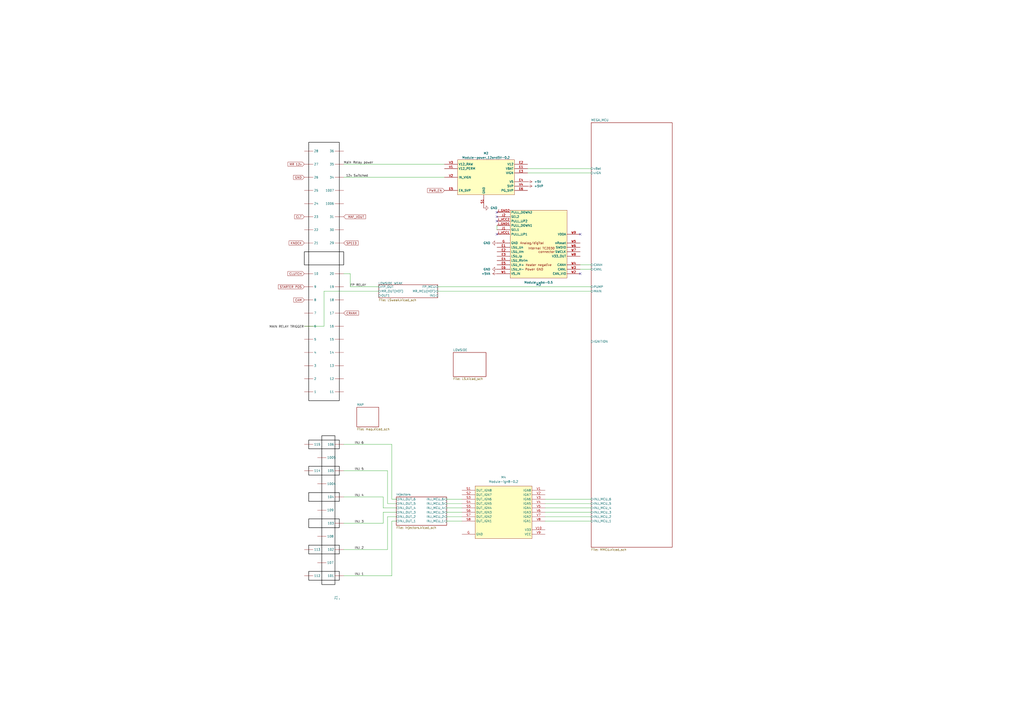
<source format=kicad_sch>
(kicad_sch
	(version 20231120)
	(generator "eeschema")
	(generator_version "8.0")
	(uuid "b506e640-3a9c-47d7-91fd-18e11bf19b9e")
	(paper "A2")
	(lib_symbols
		(symbol "Z31HELLEN-altium-import:root_0_Z32 2024"
			(exclude_from_sim no)
			(in_bom yes)
			(on_board yes)
			(property "Reference" "Z1"
				(at 14.6051 134.62 90)
				(effects
					(font
						(size 1.27 1.27)
					)
					(justify right)
				)
			)
			(property "Value" "~"
				(at 12.7 134.62 90)
				(effects
					(font
						(size 1.27 1.27)
					)
					(justify right)
				)
			)
			(property "Footprint" "Z31 connector:Z31 15 + 36"
				(at 17.78 36.83 90)
				(effects
					(font
						(size 1.27 1.27)
					)
					(hide yes)
				)
			)
			(property "Datasheet" ""
				(at 10.16 21.59 90)
				(effects
					(font
						(size 1.27 1.27)
					)
					(hide yes)
				)
			)
			(property "Description" ""
				(at 10.16 21.59 90)
				(effects
					(font
						(size 1.27 1.27)
					)
					(hide yes)
				)
			)
			(symbol "root_0_Z32 2024_1_0"
				(rectangle
					(start 12.7 -130.81)
					(end 30.48 19.05)
					(stroke
						(width 0.254)
						(type solid)
						(color 0 0 0 1)
					)
					(fill
						(type none)
					)
				)
				(rectangle
					(start 12.7 107.95)
					(end 30.48 102.87)
					(stroke
						(width 0.254)
						(type solid)
						(color 0 0 0 1)
					)
					(fill
						(type none)
					)
				)
				(rectangle
					(start 22.86 125.73)
					(end 15.24 39.37)
					(stroke
						(width 0.254)
						(type solid)
						(color 0 0 0 1)
					)
					(fill
						(type none)
					)
				)
				(rectangle
					(start 30.48 46.99)
					(end 12.7 41.91)
					(stroke
						(width 0.254)
						(type solid)
						(color 0 0 0 1)
					)
					(fill
						(type none)
					)
				)
				(rectangle
					(start 30.48 62.23)
					(end 12.7 57.15)
					(stroke
						(width 0.254)
						(type solid)
						(color 0 0 0 1)
					)
					(fill
						(type none)
					)
				)
				(rectangle
					(start 30.48 77.47)
					(end 12.7 72.39)
					(stroke
						(width 0.254)
						(type solid)
						(color 0 0 0 1)
					)
					(fill
						(type none)
					)
				)
				(rectangle
					(start 30.48 92.71)
					(end 12.7 87.63)
					(stroke
						(width 0.254)
						(type solid)
						(color 0 0 0 1)
					)
					(fill
						(type none)
					)
				)
				(rectangle
					(start 30.48 123.19)
					(end 12.7 118.11)
					(stroke
						(width 0.254)
						(type solid)
						(color 0 0 0 1)
					)
					(fill
						(type none)
					)
				)
				(rectangle
					(start 33.02 -59.69)
					(end 10.16 -67.31)
					(stroke
						(width 0.254)
						(type solid)
						(color 0 0 0 1)
					)
					(fill
						(type none)
					)
				)
				(pin passive line
					(at 33.02 13.97 180)
					(length 5.08)
					(name "1"
						(effects
							(font
								(size 1.27 1.27)
							)
						)
					)
					(number "1"
						(effects
							(font
								(size 0 0)
							)
						)
					)
				)
				(pin passive line
					(at 33.02 -54.61 180)
					(length 5.08)
					(name "10"
						(effects
							(font
								(size 1.27 1.27)
							)
						)
					)
					(number "10"
						(effects
							(font
								(size 0 0)
							)
						)
					)
				)
				(pin passive line
					(at 25.4 67.31 180)
					(length 5.08)
					(name "1004"
						(effects
							(font
								(size 1.27 1.27)
							)
						)
					)
					(number "1004"
						(effects
							(font
								(size 0 0)
							)
						)
					)
				)
				(pin passive line
					(at 25.4 52.07 180)
					(length 5.08)
					(name "1005"
						(effects
							(font
								(size 1.27 1.27)
							)
						)
					)
					(number "1005"
						(effects
							(font
								(size 0 0)
							)
						)
					)
				)
				(pin passive line
					(at 10.16 -95.25 0)
					(length 5.08)
					(name "1006"
						(effects
							(font
								(size 1.27 1.27)
							)
						)
					)
					(number "1006"
						(effects
							(font
								(size 0 0)
							)
						)
					)
				)
				(pin passive line
					(at 10.16 -102.87 0)
					(length 5.08)
					(name "1007"
						(effects
							(font
								(size 1.27 1.27)
							)
						)
					)
					(number "1007"
						(effects
							(font
								(size 0 0)
							)
						)
					)
				)
				(pin passive line
					(at 10.16 120.65 0)
					(length 5.08)
					(name "101"
						(effects
							(font
								(size 1.27 1.27)
							)
						)
					)
					(number "101"
						(effects
							(font
								(size 0 0)
							)
						)
					)
				)
				(pin passive line
					(at 10.16 105.41 0)
					(length 5.08)
					(name "102"
						(effects
							(font
								(size 1.27 1.27)
							)
						)
					)
					(number "102"
						(effects
							(font
								(size 0 0)
							)
						)
					)
				)
				(pin passive line
					(at 10.16 90.17 0)
					(length 5.08)
					(name "103"
						(effects
							(font
								(size 1.27 1.27)
							)
						)
					)
					(number "103"
						(effects
							(font
								(size 0 0)
							)
						)
					)
				)
				(pin passive line
					(at 10.16 74.93 0)
					(length 5.08)
					(name "104"
						(effects
							(font
								(size 1.27 1.27)
							)
						)
					)
					(number "104"
						(effects
							(font
								(size 0 0)
							)
						)
					)
				)
				(pin passive line
					(at 10.16 59.69 0)
					(length 5.08)
					(name "105"
						(effects
							(font
								(size 1.27 1.27)
							)
						)
					)
					(number "105"
						(effects
							(font
								(size 0 0)
							)
						)
					)
				)
				(pin passive line
					(at 10.16 44.45 0)
					(length 5.08)
					(name "106"
						(effects
							(font
								(size 1.27 1.27)
							)
						)
					)
					(number "106"
						(effects
							(font
								(size 0 0)
							)
						)
					)
				)
				(pin passive line
					(at 25.4 113.03 180)
					(length 5.08)
					(name "107"
						(effects
							(font
								(size 1.27 1.27)
							)
						)
					)
					(number "107"
						(effects
							(font
								(size 0 0)
							)
						)
					)
				)
				(pin passive line
					(at 25.4 97.79 180)
					(length 5.08)
					(name "108"
						(effects
							(font
								(size 1.27 1.27)
							)
						)
					)
					(number "108"
						(effects
							(font
								(size 0 0)
							)
						)
					)
				)
				(pin passive line
					(at 25.4 82.55 180)
					(length 5.08)
					(name "109"
						(effects
							(font
								(size 1.27 1.27)
							)
						)
					)
					(number "109"
						(effects
							(font
								(size 0 0)
							)
						)
					)
				)
				(pin passive line
					(at 10.16 13.97 0)
					(length 5.08)
					(name "11"
						(effects
							(font
								(size 1.27 1.27)
							)
						)
					)
					(number "11"
						(effects
							(font
								(size 0 0)
							)
						)
					)
				)
				(pin passive line
					(at 33.02 120.65 180)
					(length 5.08)
					(name "112"
						(effects
							(font
								(size 1.27 1.27)
							)
						)
					)
					(number "112"
						(effects
							(font
								(size 0 0)
							)
						)
					)
				)
				(pin passive line
					(at 33.02 105.41 180)
					(length 5.08)
					(name "113"
						(effects
							(font
								(size 1.27 1.27)
							)
						)
					)
					(number "113"
						(effects
							(font
								(size 0 0)
							)
						)
					)
				)
				(pin passive line
					(at 33.02 59.69 180)
					(length 5.08)
					(name "114"
						(effects
							(font
								(size 1.27 1.27)
							)
						)
					)
					(number "114"
						(effects
							(font
								(size 0 0)
							)
						)
					)
				)
				(pin passive line
					(at 33.02 44.45 180)
					(length 5.08)
					(name "115"
						(effects
							(font
								(size 1.27 1.27)
							)
						)
					)
					(number "115"
						(effects
							(font
								(size 0 0)
							)
						)
					)
				)
				(pin passive line
					(at 10.16 6.35 0)
					(length 5.08)
					(name "12"
						(effects
							(font
								(size 1.27 1.27)
							)
						)
					)
					(number "12"
						(effects
							(font
								(size 0 0)
							)
						)
					)
				)
				(pin passive line
					(at 10.16 -1.27 0)
					(length 5.08)
					(name "13"
						(effects
							(font
								(size 1.27 1.27)
							)
						)
					)
					(number "13"
						(effects
							(font
								(size 0 0)
							)
						)
					)
				)
				(pin passive line
					(at 10.16 -8.89 0)
					(length 5.08)
					(name "14"
						(effects
							(font
								(size 1.27 1.27)
							)
						)
					)
					(number "14"
						(effects
							(font
								(size 0 0)
							)
						)
					)
				)
				(pin passive line
					(at 10.16 -16.51 0)
					(length 5.08)
					(name "15"
						(effects
							(font
								(size 1.27 1.27)
							)
						)
					)
					(number "15"
						(effects
							(font
								(size 0 0)
							)
						)
					)
				)
				(pin passive line
					(at 10.16 -24.13 0)
					(length 5.08)
					(name "16"
						(effects
							(font
								(size 1.27 1.27)
							)
						)
					)
					(number "16"
						(effects
							(font
								(size 0 0)
							)
						)
					)
				)
				(pin passive line
					(at 10.16 -31.75 0)
					(length 5.08)
					(name "17"
						(effects
							(font
								(size 1.27 1.27)
							)
						)
					)
					(number "17"
						(effects
							(font
								(size 0 0)
							)
						)
					)
				)
				(pin passive line
					(at 10.16 -39.37 0)
					(length 5.08)
					(name "18"
						(effects
							(font
								(size 1.27 1.27)
							)
						)
					)
					(number "18"
						(effects
							(font
								(size 0 0)
							)
						)
					)
				)
				(pin passive line
					(at 10.16 -46.99 0)
					(length 5.08)
					(name "19"
						(effects
							(font
								(size 1.27 1.27)
							)
						)
					)
					(number "19"
						(effects
							(font
								(size 0 0)
							)
						)
					)
				)
				(pin passive line
					(at 33.02 6.35 180)
					(length 5.08)
					(name "2"
						(effects
							(font
								(size 1.27 1.27)
							)
						)
					)
					(number "2"
						(effects
							(font
								(size 0 0)
							)
						)
					)
				)
				(pin passive line
					(at 10.16 -54.61 0)
					(length 5.08)
					(name "20"
						(effects
							(font
								(size 1.27 1.27)
							)
						)
					)
					(number "20"
						(effects
							(font
								(size 0 0)
							)
						)
					)
				)
				(pin passive line
					(at 33.02 -72.39 180)
					(length 5.08)
					(name "21"
						(effects
							(font
								(size 1.27 1.27)
							)
						)
					)
					(number "21"
						(effects
							(font
								(size 0 0)
							)
						)
					)
				)
				(pin passive line
					(at 33.02 -80.01 180)
					(length 5.08)
					(name "22"
						(effects
							(font
								(size 1.27 1.27)
							)
						)
					)
					(number "22"
						(effects
							(font
								(size 0 0)
							)
						)
					)
				)
				(pin passive line
					(at 33.02 -87.63 180)
					(length 5.08)
					(name "23"
						(effects
							(font
								(size 1.27 1.27)
							)
						)
					)
					(number "23"
						(effects
							(font
								(size 0 0)
							)
						)
					)
				)
				(pin passive line
					(at 33.02 -95.25 180)
					(length 5.08)
					(name "24"
						(effects
							(font
								(size 1.27 1.27)
							)
						)
					)
					(number "24"
						(effects
							(font
								(size 0 0)
							)
						)
					)
				)
				(pin passive line
					(at 33.02 -102.87 180)
					(length 5.08)
					(name "25"
						(effects
							(font
								(size 1.27 1.27)
							)
						)
					)
					(number "25"
						(effects
							(font
								(size 0 0)
							)
						)
					)
				)
				(pin passive line
					(at 33.02 -110.49 180)
					(length 5.08)
					(name "26"
						(effects
							(font
								(size 1.27 1.27)
							)
						)
					)
					(number "26"
						(effects
							(font
								(size 0 0)
							)
						)
					)
				)
				(pin passive line
					(at 33.02 -118.11 180)
					(length 5.08)
					(name "27"
						(effects
							(font
								(size 1.27 1.27)
							)
						)
					)
					(number "27"
						(effects
							(font
								(size 0 0)
							)
						)
					)
				)
				(pin passive line
					(at 33.02 -125.73 180)
					(length 5.08)
					(name "28"
						(effects
							(font
								(size 1.27 1.27)
							)
						)
					)
					(number "28"
						(effects
							(font
								(size 0 0)
							)
						)
					)
				)
				(pin passive line
					(at 10.16 -72.39 0)
					(length 5.08)
					(name "29"
						(effects
							(font
								(size 1.27 1.27)
							)
						)
					)
					(number "29"
						(effects
							(font
								(size 0 0)
							)
						)
					)
				)
				(pin passive line
					(at 33.02 -1.27 180)
					(length 5.08)
					(name "3"
						(effects
							(font
								(size 1.27 1.27)
							)
						)
					)
					(number "3"
						(effects
							(font
								(size 0 0)
							)
						)
					)
				)
				(pin passive line
					(at 10.16 -80.01 0)
					(length 5.08)
					(name "30"
						(effects
							(font
								(size 1.27 1.27)
							)
						)
					)
					(number "30"
						(effects
							(font
								(size 0 0)
							)
						)
					)
				)
				(pin passive line
					(at 10.16 -87.63 0)
					(length 5.08)
					(name "31"
						(effects
							(font
								(size 1.27 1.27)
							)
						)
					)
					(number "31"
						(effects
							(font
								(size 0 0)
							)
						)
					)
				)
				(pin passive line
					(at 10.16 -110.49 0)
					(length 5.08)
					(name "34"
						(effects
							(font
								(size 1.27 1.27)
							)
						)
					)
					(number "34"
						(effects
							(font
								(size 0 0)
							)
						)
					)
				)
				(pin passive line
					(at 10.16 -118.11 0)
					(length 5.08)
					(name "35"
						(effects
							(font
								(size 1.27 1.27)
							)
						)
					)
					(number "35"
						(effects
							(font
								(size 0 0)
							)
						)
					)
				)
				(pin passive line
					(at 10.16 -125.73 0)
					(length 5.08)
					(name "36"
						(effects
							(font
								(size 1.27 1.27)
							)
						)
					)
					(number "36"
						(effects
							(font
								(size 0 0)
							)
						)
					)
				)
				(pin passive line
					(at 33.02 -8.89 180)
					(length 5.08)
					(name "4"
						(effects
							(font
								(size 1.27 1.27)
							)
						)
					)
					(number "4"
						(effects
							(font
								(size 0 0)
							)
						)
					)
				)
				(pin passive line
					(at 33.02 -16.51 180)
					(length 5.08)
					(name "5"
						(effects
							(font
								(size 1.27 1.27)
							)
						)
					)
					(number "5"
						(effects
							(font
								(size 0 0)
							)
						)
					)
				)
				(pin passive line
					(at 33.02 -24.13 180)
					(length 5.08)
					(name "6"
						(effects
							(font
								(size 1.27 1.27)
							)
						)
					)
					(number "6"
						(effects
							(font
								(size 0 0)
							)
						)
					)
				)
				(pin passive line
					(at 33.02 -31.75 180)
					(length 5.08)
					(name "7"
						(effects
							(font
								(size 1.27 1.27)
							)
						)
					)
					(number "7"
						(effects
							(font
								(size 0 0)
							)
						)
					)
				)
				(pin passive line
					(at 33.02 -39.37 180)
					(length 5.08)
					(name "8"
						(effects
							(font
								(size 1.27 1.27)
							)
						)
					)
					(number "8"
						(effects
							(font
								(size 0 0)
							)
						)
					)
				)
				(pin passive line
					(at 33.02 -46.99 180)
					(length 5.08)
					(name "9"
						(effects
							(font
								(size 1.27 1.27)
							)
						)
					)
					(number "9"
						(effects
							(font
								(size 0 0)
							)
						)
					)
				)
			)
		)
		(symbol "ign8:Module-ign8-0.2"
			(exclude_from_sim no)
			(in_bom yes)
			(on_board yes)
			(property "Reference" "M"
				(at 0 0 0)
				(effects
					(font
						(size 1.27 1.27)
					)
				)
			)
			(property "Value" "Module-ign8-0.2"
				(at 0 0 0)
				(effects
					(font
						(size 1.27 1.27)
					)
				)
			)
			(property "Footprint" "hellen-one-ign8-0.2:ign8"
				(at 0 0 0)
				(effects
					(font
						(size 1.27 1.27)
					)
					(hide yes)
				)
			)
			(property "Datasheet" ""
				(at 0 0 0)
				(effects
					(font
						(size 1.27 1.27)
					)
					(hide yes)
				)
			)
			(property "Description" "Hellen-One 8-ch Ignition Module"
				(at 0 0 0)
				(effects
					(font
						(size 1.27 1.27)
					)
					(hide yes)
				)
			)
			(symbol "Module-ign8-0.2_1_0"
				(rectangle
					(start 33.02 0)
					(end 0 -30.48)
					(stroke
						(width 0)
						(type default)
					)
					(fill
						(type background)
					)
				)
				(pin passive line
					(at 40.64 -2.54 180)
					(length 7.62)
					(name "GND"
						(effects
							(font
								(size 1.27 1.27)
							)
						)
					)
					(number "G"
						(effects
							(font
								(size 1.27 1.27)
							)
						)
					)
				)
				(pin passive line
					(at 40.64 -27.94 180)
					(length 7.62)
					(name "OUT_IGN8"
						(effects
							(font
								(size 1.27 1.27)
							)
						)
					)
					(number "S1"
						(effects
							(font
								(size 1.27 1.27)
							)
						)
					)
				)
				(pin passive line
					(at 40.64 -25.4 180)
					(length 7.62)
					(name "OUT_IGN7"
						(effects
							(font
								(size 1.27 1.27)
							)
						)
					)
					(number "S2"
						(effects
							(font
								(size 1.27 1.27)
							)
						)
					)
				)
				(pin passive line
					(at 40.64 -22.86 180)
					(length 7.62)
					(name "OUT_IGN6"
						(effects
							(font
								(size 1.27 1.27)
							)
						)
					)
					(number "S3"
						(effects
							(font
								(size 1.27 1.27)
							)
						)
					)
				)
				(pin passive line
					(at 40.64 -20.32 180)
					(length 7.62)
					(name "OUT_IGN5"
						(effects
							(font
								(size 1.27 1.27)
							)
						)
					)
					(number "S4"
						(effects
							(font
								(size 1.27 1.27)
							)
						)
					)
				)
				(pin passive line
					(at 40.64 -17.78 180)
					(length 7.62)
					(name "OUT_IGN4"
						(effects
							(font
								(size 1.27 1.27)
							)
						)
					)
					(number "S5"
						(effects
							(font
								(size 1.27 1.27)
							)
						)
					)
				)
				(pin passive line
					(at 40.64 -15.24 180)
					(length 7.62)
					(name "OUT_IGN3"
						(effects
							(font
								(size 1.27 1.27)
							)
						)
					)
					(number "S6"
						(effects
							(font
								(size 1.27 1.27)
							)
						)
					)
				)
				(pin passive line
					(at 40.64 -12.7 180)
					(length 7.62)
					(name "OUT_IGN2"
						(effects
							(font
								(size 1.27 1.27)
							)
						)
					)
					(number "S7"
						(effects
							(font
								(size 1.27 1.27)
							)
						)
					)
				)
				(pin passive line
					(at 40.64 -10.16 180)
					(length 7.62)
					(name "OUT_IGN1"
						(effects
							(font
								(size 1.27 1.27)
							)
						)
					)
					(number "S8"
						(effects
							(font
								(size 1.27 1.27)
							)
						)
					)
				)
				(pin passive line
					(at -7.62 -27.94 0)
					(length 7.62)
					(name "IGN8"
						(effects
							(font
								(size 1.27 1.27)
							)
						)
					)
					(number "V1"
						(effects
							(font
								(size 1.27 1.27)
							)
						)
					)
				)
				(pin passive line
					(at -7.62 -5.08 0)
					(length 7.62)
					(name "V33"
						(effects
							(font
								(size 1.27 1.27)
							)
						)
					)
					(number "V10"
						(effects
							(font
								(size 1.27 1.27)
							)
						)
					)
				)
				(pin passive line
					(at -7.62 -25.4 0)
					(length 7.62)
					(name "IGN7"
						(effects
							(font
								(size 1.27 1.27)
							)
						)
					)
					(number "V2"
						(effects
							(font
								(size 1.27 1.27)
							)
						)
					)
				)
				(pin passive line
					(at -7.62 -22.86 0)
					(length 7.62)
					(name "IGN6"
						(effects
							(font
								(size 1.27 1.27)
							)
						)
					)
					(number "V3"
						(effects
							(font
								(size 1.27 1.27)
							)
						)
					)
				)
				(pin passive line
					(at -7.62 -20.32 0)
					(length 7.62)
					(name "IGN5"
						(effects
							(font
								(size 1.27 1.27)
							)
						)
					)
					(number "V4"
						(effects
							(font
								(size 1.27 1.27)
							)
						)
					)
				)
				(pin passive line
					(at -7.62 -17.78 0)
					(length 7.62)
					(name "IGN4"
						(effects
							(font
								(size 1.27 1.27)
							)
						)
					)
					(number "V5"
						(effects
							(font
								(size 1.27 1.27)
							)
						)
					)
				)
				(pin passive line
					(at -7.62 -15.24 0)
					(length 7.62)
					(name "IGN3"
						(effects
							(font
								(size 1.27 1.27)
							)
						)
					)
					(number "V6"
						(effects
							(font
								(size 1.27 1.27)
							)
						)
					)
				)
				(pin passive line
					(at -7.62 -12.7 0)
					(length 7.62)
					(name "IGN2"
						(effects
							(font
								(size 1.27 1.27)
							)
						)
					)
					(number "V7"
						(effects
							(font
								(size 1.27 1.27)
							)
						)
					)
				)
				(pin passive line
					(at -7.62 -10.16 0)
					(length 7.62)
					(name "IGN1"
						(effects
							(font
								(size 1.27 1.27)
							)
						)
					)
					(number "V8"
						(effects
							(font
								(size 1.27 1.27)
							)
						)
					)
				)
				(pin passive line
					(at -7.62 -2.54 0)
					(length 7.62)
					(name "VCC"
						(effects
							(font
								(size 1.27 1.27)
							)
						)
					)
					(number "V9"
						(effects
							(font
								(size 1.27 1.27)
							)
						)
					)
				)
			)
		)
		(symbol "power:+5V"
			(power)
			(pin_numbers hide)
			(pin_names
				(offset 0) hide)
			(exclude_from_sim no)
			(in_bom yes)
			(on_board yes)
			(property "Reference" "#PWR"
				(at 0 -3.81 0)
				(effects
					(font
						(size 1.27 1.27)
					)
					(hide yes)
				)
			)
			(property "Value" "+5V"
				(at 0 3.556 0)
				(effects
					(font
						(size 1.27 1.27)
					)
				)
			)
			(property "Footprint" ""
				(at 0 0 0)
				(effects
					(font
						(size 1.27 1.27)
					)
					(hide yes)
				)
			)
			(property "Datasheet" ""
				(at 0 0 0)
				(effects
					(font
						(size 1.27 1.27)
					)
					(hide yes)
				)
			)
			(property "Description" "Power symbol creates a global label with name \"+5V\""
				(at 0 0 0)
				(effects
					(font
						(size 1.27 1.27)
					)
					(hide yes)
				)
			)
			(property "ki_keywords" "global power"
				(at 0 0 0)
				(effects
					(font
						(size 1.27 1.27)
					)
					(hide yes)
				)
			)
			(symbol "+5V_0_1"
				(polyline
					(pts
						(xy -0.762 1.27) (xy 0 2.54)
					)
					(stroke
						(width 0)
						(type default)
					)
					(fill
						(type none)
					)
				)
				(polyline
					(pts
						(xy 0 0) (xy 0 2.54)
					)
					(stroke
						(width 0)
						(type default)
					)
					(fill
						(type none)
					)
				)
				(polyline
					(pts
						(xy 0 2.54) (xy 0.762 1.27)
					)
					(stroke
						(width 0)
						(type default)
					)
					(fill
						(type none)
					)
				)
			)
			(symbol "+5V_1_1"
				(pin power_in line
					(at 0 0 90)
					(length 0)
					(name "~"
						(effects
							(font
								(size 1.27 1.27)
							)
						)
					)
					(number "1"
						(effects
							(font
								(size 1.27 1.27)
							)
						)
					)
				)
			)
		)
		(symbol "power:+5VA"
			(power)
			(pin_numbers hide)
			(pin_names
				(offset 0) hide)
			(exclude_from_sim no)
			(in_bom yes)
			(on_board yes)
			(property "Reference" "#PWR"
				(at 0 -3.81 0)
				(effects
					(font
						(size 1.27 1.27)
					)
					(hide yes)
				)
			)
			(property "Value" "+5VA"
				(at 0 3.556 0)
				(effects
					(font
						(size 1.27 1.27)
					)
				)
			)
			(property "Footprint" ""
				(at 0 0 0)
				(effects
					(font
						(size 1.27 1.27)
					)
					(hide yes)
				)
			)
			(property "Datasheet" ""
				(at 0 0 0)
				(effects
					(font
						(size 1.27 1.27)
					)
					(hide yes)
				)
			)
			(property "Description" "Power symbol creates a global label with name \"+5VA\""
				(at 0 0 0)
				(effects
					(font
						(size 1.27 1.27)
					)
					(hide yes)
				)
			)
			(property "ki_keywords" "global power"
				(at 0 0 0)
				(effects
					(font
						(size 1.27 1.27)
					)
					(hide yes)
				)
			)
			(symbol "+5VA_0_1"
				(polyline
					(pts
						(xy -0.762 1.27) (xy 0 2.54)
					)
					(stroke
						(width 0)
						(type default)
					)
					(fill
						(type none)
					)
				)
				(polyline
					(pts
						(xy 0 0) (xy 0 2.54)
					)
					(stroke
						(width 0)
						(type default)
					)
					(fill
						(type none)
					)
				)
				(polyline
					(pts
						(xy 0 2.54) (xy 0.762 1.27)
					)
					(stroke
						(width 0)
						(type default)
					)
					(fill
						(type none)
					)
				)
			)
			(symbol "+5VA_1_1"
				(pin power_in line
					(at 0 0 90)
					(length 0)
					(name "~"
						(effects
							(font
								(size 1.27 1.27)
							)
						)
					)
					(number "1"
						(effects
							(font
								(size 1.27 1.27)
							)
						)
					)
				)
			)
		)
		(symbol "power:+5VP"
			(power)
			(pin_numbers hide)
			(pin_names
				(offset 0) hide)
			(exclude_from_sim no)
			(in_bom yes)
			(on_board yes)
			(property "Reference" "#PWR"
				(at 0 -3.81 0)
				(effects
					(font
						(size 1.27 1.27)
					)
					(hide yes)
				)
			)
			(property "Value" "+5VP"
				(at 0 3.556 0)
				(effects
					(font
						(size 1.27 1.27)
					)
				)
			)
			(property "Footprint" ""
				(at 0 0 0)
				(effects
					(font
						(size 1.27 1.27)
					)
					(hide yes)
				)
			)
			(property "Datasheet" ""
				(at 0 0 0)
				(effects
					(font
						(size 1.27 1.27)
					)
					(hide yes)
				)
			)
			(property "Description" "Power symbol creates a global label with name \"+5VP\""
				(at 0 0 0)
				(effects
					(font
						(size 1.27 1.27)
					)
					(hide yes)
				)
			)
			(property "ki_keywords" "global power"
				(at 0 0 0)
				(effects
					(font
						(size 1.27 1.27)
					)
					(hide yes)
				)
			)
			(symbol "+5VP_0_1"
				(polyline
					(pts
						(xy -0.762 1.27) (xy 0 2.54)
					)
					(stroke
						(width 0)
						(type default)
					)
					(fill
						(type none)
					)
				)
				(polyline
					(pts
						(xy 0 0) (xy 0 2.54)
					)
					(stroke
						(width 0)
						(type default)
					)
					(fill
						(type none)
					)
				)
				(polyline
					(pts
						(xy 0 2.54) (xy 0.762 1.27)
					)
					(stroke
						(width 0)
						(type default)
					)
					(fill
						(type none)
					)
				)
			)
			(symbol "+5VP_1_1"
				(pin power_in line
					(at 0 0 90)
					(length 0)
					(name "~"
						(effects
							(font
								(size 1.27 1.27)
							)
						)
					)
					(number "1"
						(effects
							(font
								(size 1.27 1.27)
							)
						)
					)
				)
			)
		)
		(symbol "power:GND"
			(power)
			(pin_numbers hide)
			(pin_names
				(offset 0) hide)
			(exclude_from_sim no)
			(in_bom yes)
			(on_board yes)
			(property "Reference" "#PWR"
				(at 0 -6.35 0)
				(effects
					(font
						(size 1.27 1.27)
					)
					(hide yes)
				)
			)
			(property "Value" "GND"
				(at 0 -3.81 0)
				(effects
					(font
						(size 1.27 1.27)
					)
				)
			)
			(property "Footprint" ""
				(at 0 0 0)
				(effects
					(font
						(size 1.27 1.27)
					)
					(hide yes)
				)
			)
			(property "Datasheet" ""
				(at 0 0 0)
				(effects
					(font
						(size 1.27 1.27)
					)
					(hide yes)
				)
			)
			(property "Description" "Power symbol creates a global label with name \"GND\" , ground"
				(at 0 0 0)
				(effects
					(font
						(size 1.27 1.27)
					)
					(hide yes)
				)
			)
			(property "ki_keywords" "global power"
				(at 0 0 0)
				(effects
					(font
						(size 1.27 1.27)
					)
					(hide yes)
				)
			)
			(symbol "GND_0_1"
				(polyline
					(pts
						(xy 0 0) (xy 0 -1.27) (xy 1.27 -1.27) (xy 0 -2.54) (xy -1.27 -1.27) (xy 0 -1.27)
					)
					(stroke
						(width 0)
						(type default)
					)
					(fill
						(type none)
					)
				)
			)
			(symbol "GND_1_1"
				(pin power_in line
					(at 0 0 270)
					(length 0)
					(name "~"
						(effects
							(font
								(size 1.27 1.27)
							)
						)
					)
					(number "1"
						(effects
							(font
								(size 1.27 1.27)
							)
						)
					)
				)
			)
		)
		(symbol "power_12and5V:Module-power_12and5V-0.2"
			(exclude_from_sim no)
			(in_bom yes)
			(on_board yes)
			(property "Reference" "M"
				(at 1.27 1.27 0)
				(effects
					(font
						(size 1.27 1.27)
					)
				)
			)
			(property "Value" "Module-power_12and5V-0.2"
				(at -1.27 3.81 0)
				(effects
					(font
						(size 1.27 1.27)
					)
				)
			)
			(property "Footprint" "hellen-one-power_12and5V-0.2:power_12and5V"
				(at -2.54 3.81 0)
				(effects
					(font
						(size 1.27 1.27)
					)
					(hide yes)
				)
			)
			(property "Datasheet" ""
				(at 0 0 0)
				(effects
					(font
						(size 1.27 1.27)
					)
					(hide yes)
				)
			)
			(property "Description" "Hellen-One Power_12and5V Module"
				(at 0 0 0)
				(effects
					(font
						(size 1.27 1.27)
					)
					(hide yes)
				)
			)
			(symbol "Module-power_12and5V-0.2_1_0"
				(rectangle
					(start 33.02 0)
					(end 0 -20.32)
					(stroke
						(width 0)
						(type default)
					)
					(fill
						(type background)
					)
				)
				(pin passive line
					(at 40.64 -5.08 180)
					(length 7.62)
					(name "VBAT"
						(effects
							(font
								(size 1.27 1.27)
							)
						)
					)
					(number "E1"
						(effects
							(font
								(size 1.27 1.27)
							)
						)
					)
				)
				(pin passive line
					(at 40.64 -2.54 180)
					(length 7.62)
					(name "V12"
						(effects
							(font
								(size 1.27 1.27)
							)
						)
					)
					(number "E2"
						(effects
							(font
								(size 1.27 1.27)
							)
						)
					)
				)
				(pin passive line
					(at 40.64 -7.62 180)
					(length 7.62)
					(name "VIGN"
						(effects
							(font
								(size 1.27 1.27)
							)
						)
					)
					(number "E3"
						(effects
							(font
								(size 1.27 1.27)
							)
						)
					)
				)
				(pin passive line
					(at 40.64 -12.7 180)
					(length 7.62)
					(name "V5"
						(effects
							(font
								(size 1.27 1.27)
							)
						)
					)
					(number "E4"
						(effects
							(font
								(size 1.27 1.27)
							)
						)
					)
				)
				(pin passive line
					(at -7.62 -17.78 0)
					(length 7.62)
					(name "EN_5VP"
						(effects
							(font
								(size 1.27 1.27)
							)
						)
					)
					(number "E5"
						(effects
							(font
								(size 1.27 1.27)
							)
						)
					)
				)
				(pin passive line
					(at 40.64 -17.78 180)
					(length 7.62)
					(name "PG_5VP"
						(effects
							(font
								(size 1.27 1.27)
							)
						)
					)
					(number "E6"
						(effects
							(font
								(size 1.27 1.27)
							)
						)
					)
				)
				(pin passive line
					(at 15.24 -27.94 90)
					(length 7.62)
					(name "GND"
						(effects
							(font
								(size 1.27 1.27)
							)
						)
					)
					(number "S1"
						(effects
							(font
								(size 1.27 1.27)
							)
						)
					)
				)
				(pin passive line
					(at -7.62 -5.08 0)
					(length 7.62)
					(name "V12_PERM"
						(effects
							(font
								(size 1.27 1.27)
							)
						)
					)
					(number "V1"
						(effects
							(font
								(size 1.27 1.27)
							)
						)
					)
				)
				(pin passive line
					(at -7.62 -10.16 0)
					(length 7.62)
					(name "IN_VIGN"
						(effects
							(font
								(size 1.27 1.27)
							)
						)
					)
					(number "V2"
						(effects
							(font
								(size 1.27 1.27)
							)
						)
					)
				)
				(pin passive line
					(at -7.62 -2.54 0)
					(length 7.62)
					(name "V12_RAW"
						(effects
							(font
								(size 1.27 1.27)
							)
						)
					)
					(number "V3"
						(effects
							(font
								(size 1.27 1.27)
							)
						)
					)
				)
				(pin passive line
					(at 40.64 -15.24 180)
					(length 7.62)
					(name "5VP"
						(effects
							(font
								(size 1.27 1.27)
							)
						)
					)
					(number "V4"
						(effects
							(font
								(size 1.27 1.27)
							)
						)
					)
				)
			)
		)
		(symbol "wbo:Module-wbo-0.5"
			(exclude_from_sim no)
			(in_bom yes)
			(on_board yes)
			(property "Reference" "M"
				(at 1.27 1.27 0)
				(effects
					(font
						(size 1.27 1.27)
					)
				)
			)
			(property "Value" "Module-wbo-0.5"
				(at 8.89 -40.64 0)
				(effects
					(font
						(size 1.27 1.27)
					)
				)
			)
			(property "Footprint" "hellen-one-wbo-0.5:wbo"
				(at 25.4 1.27 0)
				(effects
					(font
						(size 1.27 1.27)
					)
					(hide yes)
				)
			)
			(property "Datasheet" ""
				(at 0 0 0)
				(effects
					(font
						(size 1.27 1.27)
					)
					(hide yes)
				)
			)
			(property "Description" ""
				(at 0 0 0)
				(effects
					(font
						(size 1.27 1.27)
					)
					(hide yes)
				)
			)
			(symbol "Module-wbo-0.5_0_0"
				(text "Analog/digital"
					(at 20.32 -20.32 0)
					(effects
						(font
							(size 1.27 1.27)
						)
					)
				)
				(text "Heater negative"
					(at 16.51 -7.62 0)
					(effects
						(font
							(size 1.27 1.27)
						)
					)
				)
				(text "Power GND"
					(at 19.05 -5.08 0)
					(effects
						(font
							(size 1.27 1.27)
						)
					)
				)
			)
			(symbol "Module-wbo-0.5_1_0"
				(rectangle
					(start 0 0)
					(end 33.02 -39.37)
					(stroke
						(width 0)
						(type default)
					)
					(fill
						(type background)
					)
				)
				(text "Internal TC2030\nconnector"
					(at 7.1222 -16.2666 0)
					(effects
						(font
							(size 1.27 1.27)
						)
						(justify left)
					)
				)
				(pin passive line
					(at 40.64 -17.78 180)
					(length 7.62)
					(name "LSU_Un"
						(effects
							(font
								(size 1.27 1.27)
							)
						)
					)
					(number "E1"
						(effects
							(font
								(size 1.27 1.27)
							)
						)
					)
				)
				(pin passive line
					(at 40.64 -15.24 180)
					(length 7.62)
					(name "LSU_Vm"
						(effects
							(font
								(size 1.27 1.27)
							)
						)
					)
					(number "E2"
						(effects
							(font
								(size 1.27 1.27)
							)
						)
					)
				)
				(pin passive line
					(at 40.64 -12.7 180)
					(length 7.62)
					(name "LSU_Ip"
						(effects
							(font
								(size 1.27 1.27)
							)
						)
					)
					(number "E3"
						(effects
							(font
								(size 1.27 1.27)
							)
						)
					)
				)
				(pin passive line
					(at 40.64 -10.16 180)
					(length 7.62)
					(name "LSU_Rtrim"
						(effects
							(font
								(size 1.27 1.27)
							)
						)
					)
					(number "E4"
						(effects
							(font
								(size 1.27 1.27)
							)
						)
					)
				)
				(pin passive line
					(at 40.64 -7.62 180)
					(length 7.62)
					(name "LSU_H+"
						(effects
							(font
								(size 1.27 1.27)
							)
						)
					)
					(number "E5"
						(effects
							(font
								(size 1.27 1.27)
							)
						)
					)
				)
				(pin passive line
					(at 40.64 -5.08 180)
					(length 7.62)
					(name "LSU_H-"
						(effects
							(font
								(size 1.27 1.27)
							)
						)
					)
					(number "E6"
						(effects
							(font
								(size 1.27 1.27)
							)
						)
					)
				)
				(pin passive line
					(at 40.64 -20.32 180)
					(length 7.62)
					(name "GND"
						(effects
							(font
								(size 1.27 1.27)
							)
						)
					)
					(number "G"
						(effects
							(font
								(size 1.27 1.27)
							)
						)
					)
				)
				(pin passive line
					(at 40.64 -27.94 180)
					(length 7.62)
					(name "SEL1"
						(effects
							(font
								(size 1.27 1.27)
							)
						)
					)
					(number "J1"
						(effects
							(font
								(size 1.27 1.27)
							)
						)
					)
				)
				(pin passive line
					(at 40.64 -35.56 180)
					(length 7.62)
					(name "SEL2"
						(effects
							(font
								(size 1.27 1.27)
							)
						)
					)
					(number "J2"
						(effects
							(font
								(size 1.27 1.27)
							)
						)
					)
				)
				(pin passive line
					(at 40.64 -30.48 180)
					(length 7.62)
					(name "PULL_DOWN1"
						(effects
							(font
								(size 1.27 1.27)
							)
						)
					)
					(number "J_GND1"
						(effects
							(font
								(size 1.27 1.27)
							)
						)
					)
				)
				(pin passive line
					(at 40.64 -38.1 180)
					(length 7.62)
					(name "PULL_DOWN2"
						(effects
							(font
								(size 1.27 1.27)
							)
						)
					)
					(number "J_GND2"
						(effects
							(font
								(size 1.27 1.27)
							)
						)
					)
				)
				(pin passive line
					(at 40.64 -25.4 180)
					(length 7.62)
					(name "PULL_UP1"
						(effects
							(font
								(size 1.27 1.27)
							)
						)
					)
					(number "J_VCC1"
						(effects
							(font
								(size 1.27 1.27)
							)
						)
					)
				)
				(pin passive line
					(at 40.64 -33.02 180)
					(length 7.62)
					(name "PULL_UP2"
						(effects
							(font
								(size 1.27 1.27)
							)
						)
					)
					(number "J_VCC2"
						(effects
							(font
								(size 1.27 1.27)
							)
						)
					)
				)
				(pin passive line
					(at 40.64 -2.54 180)
					(length 7.62)
					(name "V5_IN"
						(effects
							(font
								(size 1.27 1.27)
							)
						)
					)
					(number "W1"
						(effects
							(font
								(size 1.27 1.27)
							)
						)
					)
				)
				(pin passive line
					(at -7.62 -2.54 0)
					(length 7.62)
					(name "CAN_VIO"
						(effects
							(font
								(size 1.27 1.27)
							)
						)
					)
					(number "W2"
						(effects
							(font
								(size 1.27 1.27)
							)
						)
					)
				)
				(pin passive line
					(at -7.62 -5.08 0)
					(length 7.62)
					(name "CANL"
						(effects
							(font
								(size 1.27 1.27)
							)
						)
					)
					(number "W3"
						(effects
							(font
								(size 1.27 1.27)
							)
						)
					)
				)
				(pin passive line
					(at -7.62 -7.62 0)
					(length 7.62)
					(name "CANH"
						(effects
							(font
								(size 1.27 1.27)
							)
						)
					)
					(number "W4"
						(effects
							(font
								(size 1.27 1.27)
							)
						)
					)
				)
				(pin passive line
					(at -7.62 -20.32 0)
					(length 7.62)
					(name "nReset"
						(effects
							(font
								(size 1.27 1.27)
							)
						)
					)
					(number "W5"
						(effects
							(font
								(size 1.27 1.27)
							)
						)
					)
				)
				(pin passive line
					(at -7.62 -17.78 0)
					(length 7.62)
					(name "SWDIO"
						(effects
							(font
								(size 1.27 1.27)
							)
						)
					)
					(number "W6"
						(effects
							(font
								(size 1.27 1.27)
							)
						)
					)
				)
				(pin passive line
					(at -7.62 -15.24 0)
					(length 7.62)
					(name "SWCLK"
						(effects
							(font
								(size 1.27 1.27)
							)
						)
					)
					(number "W7"
						(effects
							(font
								(size 1.27 1.27)
							)
						)
					)
				)
				(pin passive line
					(at -7.62 -12.7 0)
					(length 7.62)
					(name "V33_OUT"
						(effects
							(font
								(size 1.27 1.27)
							)
						)
					)
					(number "W8"
						(effects
							(font
								(size 1.27 1.27)
							)
						)
					)
				)
				(pin passive line
					(at -7.62 -25.4 0)
					(length 7.62)
					(name "VDDA"
						(effects
							(font
								(size 1.27 1.27)
							)
						)
					)
					(number "W9"
						(effects
							(font
								(size 1.27 1.27)
							)
						)
					)
				)
			)
		)
	)
	(no_connect
		(at 288.29 135.89)
		(uuid "00ff6e2c-b33f-4d83-b8e3-07d7f2ccbfd1")
	)
	(no_connect
		(at 288.29 128.27)
		(uuid "0f22ae97-7625-435b-a7b1-9afefbf035f3")
	)
	(no_connect
		(at 336.55 158.75)
		(uuid "17fc94c7-8df6-41ed-9799-fc16899a7cf8")
	)
	(no_connect
		(at 288.29 123.19)
		(uuid "62aa389a-c697-4c17-80d5-cfb3649f1110")
	)
	(no_connect
		(at 336.55 135.89)
		(uuid "95496290-ba56-4044-aa49-c4c1c02730e7")
	)
	(no_connect
		(at 288.29 125.73)
		(uuid "d9c9ca69-e169-47a1-97dc-2724f65706f4")
	)
	(wire
		(pts
			(xy 306.07 97.79) (xy 342.9 97.79)
		)
		(stroke
			(width 0)
			(type default)
		)
		(uuid "0206dd0d-6e5e-4de3-b188-29f36ce3d061")
	)
	(wire
		(pts
			(xy 199.39 334.01) (xy 227.33 334.01)
		)
		(stroke
			(width 0)
			(type default)
		)
		(uuid "0759decf-9ac4-4bd5-addb-8e07425e410c")
	)
	(wire
		(pts
			(xy 259.08 297.18) (xy 267.97 297.18)
		)
		(stroke
			(width 0)
			(type default)
		)
		(uuid "0a314421-df02-4348-8c3f-03ae9a14e0b5")
	)
	(wire
		(pts
			(xy 306.07 100.33) (xy 342.9 100.33)
		)
		(stroke
			(width 0)
			(type default)
		)
		(uuid "0b2edab4-1a48-482a-a400-f3b78bd96af6")
	)
	(wire
		(pts
			(xy 203.2 158.75) (xy 203.2 166.37)
		)
		(stroke
			(width 0)
			(type default)
		)
		(uuid "0cc851bf-d710-4675-85b1-f5a1a8a086ea")
	)
	(wire
		(pts
			(xy 259.08 289.56) (xy 267.97 289.56)
		)
		(stroke
			(width 0)
			(type default)
		)
		(uuid "0e1fb344-36cf-49a9-8c24-90adbfff1dd8")
	)
	(wire
		(pts
			(xy 222.25 294.64) (xy 229.87 294.64)
		)
		(stroke
			(width 0)
			(type default)
		)
		(uuid "1b3dcbb8-9964-47b6-be1e-2d6841180cf1")
	)
	(wire
		(pts
			(xy 199.39 288.29) (xy 222.25 288.29)
		)
		(stroke
			(width 0)
			(type default)
		)
		(uuid "2bbd9f95-790f-42e1-8b23-3df0737dcd01")
	)
	(wire
		(pts
			(xy 254 168.91) (xy 342.9 168.91)
		)
		(stroke
			(width 0)
			(type default)
		)
		(uuid "2e1ca38b-a00c-4dd2-b970-fd2c432cca34")
	)
	(wire
		(pts
			(xy 222.25 303.53) (xy 222.25 297.18)
		)
		(stroke
			(width 0)
			(type default)
		)
		(uuid "2f8909ed-44b9-45b7-adc1-37ee1f5d9096")
	)
	(wire
		(pts
			(xy 336.55 153.67) (xy 342.9 153.67)
		)
		(stroke
			(width 0)
			(type default)
		)
		(uuid "41c20694-bc64-4816-a3bd-10caa7b446a3")
	)
	(wire
		(pts
			(xy 259.08 299.72) (xy 267.97 299.72)
		)
		(stroke
			(width 0)
			(type default)
		)
		(uuid "471cd022-494c-4ba8-8cc8-38f03fd4ca6a")
	)
	(wire
		(pts
			(xy 288.29 130.81) (xy 288.29 133.35)
		)
		(stroke
			(width 0)
			(type default)
		)
		(uuid "47ed8098-ad40-4148-a147-5a0343035ed7")
	)
	(wire
		(pts
			(xy 224.79 292.1) (xy 229.87 292.1)
		)
		(stroke
			(width 0)
			(type default)
		)
		(uuid "4f80ec75-138d-452d-90c8-c9f461944ed6")
	)
	(wire
		(pts
			(xy 222.25 288.29) (xy 222.25 294.64)
		)
		(stroke
			(width 0)
			(type default)
		)
		(uuid "50e5d348-7c63-4edc-a64a-a35502eec7bc")
	)
	(wire
		(pts
			(xy 316.23 292.1) (xy 342.9 292.1)
		)
		(stroke
			(width 0)
			(type default)
		)
		(uuid "56da82bb-6ef5-4806-943e-b6923aeee494")
	)
	(wire
		(pts
			(xy 203.2 166.37) (xy 219.71 166.37)
		)
		(stroke
			(width 0)
			(type default)
		)
		(uuid "5833b466-0ed8-4665-8220-40720d7460be")
	)
	(wire
		(pts
			(xy 259.08 302.26) (xy 267.97 302.26)
		)
		(stroke
			(width 0)
			(type default)
		)
		(uuid "59f001c9-8244-4bfa-a154-428bc1951227")
	)
	(wire
		(pts
			(xy 199.39 303.53) (xy 222.25 303.53)
		)
		(stroke
			(width 0)
			(type default)
		)
		(uuid "5e19e3fa-e0e7-43c3-832a-a4a52139badc")
	)
	(wire
		(pts
			(xy 259.08 292.1) (xy 267.97 292.1)
		)
		(stroke
			(width 0)
			(type default)
		)
		(uuid "5ebc4b9c-1124-4b86-b3e7-bebf4e66e98d")
	)
	(wire
		(pts
			(xy 259.08 294.64) (xy 267.97 294.64)
		)
		(stroke
			(width 0)
			(type default)
		)
		(uuid "6382c4c9-a202-4483-ac90-2aef7904e55d")
	)
	(wire
		(pts
			(xy 227.33 302.26) (xy 229.87 302.26)
		)
		(stroke
			(width 0)
			(type default)
		)
		(uuid "72dab3a3-76e9-45e2-af10-11c26c51f0b5")
	)
	(wire
		(pts
			(xy 199.39 318.77) (xy 224.79 318.77)
		)
		(stroke
			(width 0)
			(type default)
		)
		(uuid "7ef938d6-3988-4194-8af9-7cba25f79431")
	)
	(wire
		(pts
			(xy 316.23 297.18) (xy 342.9 297.18)
		)
		(stroke
			(width 0)
			(type default)
		)
		(uuid "7fe4a515-d39c-45cb-9c57-023d63eccb04")
	)
	(wire
		(pts
			(xy 199.39 273.05) (xy 224.79 273.05)
		)
		(stroke
			(width 0)
			(type default)
		)
		(uuid "82e33855-4a21-41ab-9b42-92808fc7ec4e")
	)
	(wire
		(pts
			(xy 227.33 334.01) (xy 227.33 302.26)
		)
		(stroke
			(width 0)
			(type default)
		)
		(uuid "83ae801c-1cc4-4db7-9653-9959f654e4cf")
	)
	(wire
		(pts
			(xy 316.23 289.56) (xy 342.9 289.56)
		)
		(stroke
			(width 0)
			(type default)
		)
		(uuid "86b5eb18-aad1-424a-91da-9f89a2edbeb6")
	)
	(wire
		(pts
			(xy 199.39 158.75) (xy 203.2 158.75)
		)
		(stroke
			(width 0)
			(type default)
		)
		(uuid "8ae6e847-8549-490c-a589-e82fda8ec93d")
	)
	(wire
		(pts
			(xy 254 166.37) (xy 342.9 166.37)
		)
		(stroke
			(width 0)
			(type default)
		)
		(uuid "8b5c4da1-f5c2-4b1a-9c55-e5e7d8223821")
	)
	(wire
		(pts
			(xy 224.79 299.72) (xy 229.87 299.72)
		)
		(stroke
			(width 0)
			(type default)
		)
		(uuid "91f7fbf7-4eea-4390-a384-5c458cbcba4a")
	)
	(wire
		(pts
			(xy 316.23 302.26) (xy 342.9 302.26)
		)
		(stroke
			(width 0)
			(type default)
		)
		(uuid "95872e3e-b813-4962-97a1-32c8910bf1da")
	)
	(wire
		(pts
			(xy 227.33 289.56) (xy 229.87 289.56)
		)
		(stroke
			(width 0)
			(type default)
		)
		(uuid "a2904ef8-3f42-4a42-9142-9bd60dd274fd")
	)
	(wire
		(pts
			(xy 187.96 168.91) (xy 219.71 168.91)
		)
		(stroke
			(width 0)
			(type default)
		)
		(uuid "afd36f60-4d93-4439-b17a-7abdf304ceb3")
	)
	(wire
		(pts
			(xy 336.55 156.21) (xy 342.9 156.21)
		)
		(stroke
			(width 0)
			(type default)
		)
		(uuid "b8572fda-70cf-4f6a-8861-49ae3b3993fe")
	)
	(wire
		(pts
			(xy 176.53 189.23) (xy 187.96 189.23)
		)
		(stroke
			(width 0)
			(type default)
		)
		(uuid "cbc02ff9-cd5e-4caa-86e5-c0837b64b388")
	)
	(wire
		(pts
			(xy 199.39 102.87) (xy 257.81 102.87)
		)
		(stroke
			(width 0)
			(type default)
		)
		(uuid "d1aeb7da-b443-42b4-8a67-f394b5cb9d8a")
	)
	(wire
		(pts
			(xy 316.23 299.72) (xy 342.9 299.72)
		)
		(stroke
			(width 0)
			(type default)
		)
		(uuid "de50165e-affd-4bd9-9dce-5e81ca81e5a0")
	)
	(wire
		(pts
			(xy 224.79 318.77) (xy 224.79 299.72)
		)
		(stroke
			(width 0)
			(type default)
		)
		(uuid "e45cbd69-f920-485f-b306-0b42619d6224")
	)
	(wire
		(pts
			(xy 222.25 297.18) (xy 229.87 297.18)
		)
		(stroke
			(width 0)
			(type default)
		)
		(uuid "e6217712-e4d0-4f5b-af93-d8d70b6b7bd4")
	)
	(wire
		(pts
			(xy 199.39 95.25) (xy 257.81 95.25)
		)
		(stroke
			(width 0)
			(type default)
		)
		(uuid "e6731fa3-49fb-47d6-980b-8c28e234f011")
	)
	(wire
		(pts
			(xy 224.79 273.05) (xy 224.79 292.1)
		)
		(stroke
			(width 0)
			(type default)
		)
		(uuid "e6f8a53b-a598-45da-a46a-c2eb5f064729")
	)
	(wire
		(pts
			(xy 316.23 294.64) (xy 342.9 294.64)
		)
		(stroke
			(width 0)
			(type default)
		)
		(uuid "e7e31c4b-81d3-4244-ab76-bd0da093b532")
	)
	(wire
		(pts
			(xy 227.33 257.81) (xy 227.33 289.56)
		)
		(stroke
			(width 0)
			(type default)
		)
		(uuid "ea5a1ea0-ced3-48ca-8a4e-4738b091ffcc")
	)
	(wire
		(pts
			(xy 187.96 189.23) (xy 187.96 168.91)
		)
		(stroke
			(width 0)
			(type default)
		)
		(uuid "edf8fe3b-364e-4dbb-b098-c55ae1f9761d")
	)
	(wire
		(pts
			(xy 199.39 257.81) (xy 227.33 257.81)
		)
		(stroke
			(width 0)
			(type default)
		)
		(uuid "f8fd87a5-0ae5-43ce-8950-24108c4c577b")
	)
	(label "MAIN RELAY TRIGGER"
		(at 156.21 190.5 0)
		(fields_autoplaced yes)
		(effects
			(font
				(size 1.27 1.27)
			)
			(justify left bottom)
		)
		(uuid "1815b7d9-cecb-464a-bcfa-97737279912e")
	)
	(label "INJ 6"
		(at 205.74 257.81 0)
		(fields_autoplaced yes)
		(effects
			(font
				(size 1.27 1.27)
			)
			(justify left bottom)
		)
		(uuid "1e5a3cf6-3aa3-45a4-87ef-29b363aa43c9")
	)
	(label "12v Switched"
		(at 200.66 102.87 0)
		(fields_autoplaced yes)
		(effects
			(font
				(size 1.27 1.27)
			)
			(justify left bottom)
		)
		(uuid "3e455f53-7ded-431a-b57f-b7df796cc3e7")
	)
	(label "FP RELAY"
		(at 203.2 166.37 0)
		(fields_autoplaced yes)
		(effects
			(font
				(size 1.27 1.27)
			)
			(justify left bottom)
		)
		(uuid "647903ee-d34e-4b16-9e1f-401342cf3883")
	)
	(label "INJ 2"
		(at 205.74 318.77 0)
		(fields_autoplaced yes)
		(effects
			(font
				(size 1.27 1.27)
			)
			(justify left bottom)
		)
		(uuid "71ff620e-7d4f-46d6-9e0d-4609db0e5e59")
	)
	(label "INJ 4"
		(at 205.74 288.29 0)
		(fields_autoplaced yes)
		(effects
			(font
				(size 1.27 1.27)
			)
			(justify left bottom)
		)
		(uuid "7bb3052d-d534-441b-8991-55d8102e10dc")
	)
	(label "INJ 5"
		(at 205.74 273.05 0)
		(fields_autoplaced yes)
		(effects
			(font
				(size 1.27 1.27)
			)
			(justify left bottom)
		)
		(uuid "7c3ce1a8-dd5e-49e1-a7a1-e1bb17762df8")
	)
	(label "INJ 1"
		(at 205.74 334.01 0)
		(fields_autoplaced yes)
		(effects
			(font
				(size 1.27 1.27)
			)
			(justify left bottom)
		)
		(uuid "8dcc1a58-2f28-42d3-8b06-ecb2dbc06a9f")
	)
	(label "INJ 3"
		(at 205.74 303.53 0)
		(fields_autoplaced yes)
		(effects
			(font
				(size 1.27 1.27)
			)
			(justify left bottom)
		)
		(uuid "a84eef1a-9b49-49b3-a001-6f5dd6390959")
	)
	(label "Main Relay power"
		(at 199.39 95.25 0)
		(fields_autoplaced yes)
		(effects
			(font
				(size 1.27 1.27)
			)
			(justify left bottom)
		)
		(uuid "b6773b53-2d53-44fa-b123-1c6493de1b4f")
	)
	(global_label "CRANK"
		(shape input)
		(at 199.39 181.61 0)
		(fields_autoplaced yes)
		(effects
			(font
				(size 1.27 1.27)
			)
			(justify left)
		)
		(uuid "0c49b38d-1939-4f46-abd7-ee095faa7ec2")
		(property "Intersheetrefs" "${INTERSHEET_REFS}"
			(at 208.6043 181.61 0)
			(effects
				(font
					(size 1.27 1.27)
				)
				(justify left)
				(hide yes)
			)
		)
	)
	(global_label "KNOCK"
		(shape input)
		(at 176.53 140.97 180)
		(fields_autoplaced yes)
		(effects
			(font
				(size 1.27 1.27)
			)
			(justify right)
		)
		(uuid "0e2fecfc-c5a5-40c2-9c96-7962a7b4f34c")
		(property "Intersheetrefs" "${INTERSHEET_REFS}"
			(at 167.0738 140.97 0)
			(effects
				(font
					(size 1.27 1.27)
				)
				(justify right)
				(hide yes)
			)
		)
	)
	(global_label "CLUTCH"
		(shape input)
		(at 176.53 158.75 180)
		(fields_autoplaced yes)
		(effects
			(font
				(size 1.27 1.27)
			)
			(justify right)
		)
		(uuid "0e6cd11d-8f27-4ba2-a66a-ea212de0ba47")
		(property "Intersheetrefs" "${INTERSHEET_REFS}"
			(at 166.3481 158.75 0)
			(effects
				(font
					(size 1.27 1.27)
				)
				(justify right)
				(hide yes)
			)
		)
	)
	(global_label "STARTER POS"
		(shape input)
		(at 176.53 166.37 180)
		(fields_autoplaced yes)
		(effects
			(font
				(size 1.27 1.27)
			)
			(justify right)
		)
		(uuid "3d896a2f-0f0f-4988-99a9-105f07792a9a")
		(property "Intersheetrefs" "${INTERSHEET_REFS}"
			(at 160.8449 166.37 0)
			(effects
				(font
					(size 1.27 1.27)
				)
				(justify right)
				(hide yes)
			)
		)
	)
	(global_label "PWR_EN"
		(shape input)
		(at 257.81 110.49 180)
		(fields_autoplaced yes)
		(effects
			(font
				(size 1.27 1.27)
			)
			(justify right)
		)
		(uuid "66b6892b-ff59-422f-bff7-50aae58efec9")
		(property "Intersheetrefs" "${INTERSHEET_REFS}"
			(at 247.3863 110.49 0)
			(effects
				(font
					(size 1.27 1.27)
				)
				(justify right)
				(hide yes)
			)
		)
	)
	(global_label "CLT"
		(shape input)
		(at 176.53 125.73 180)
		(fields_autoplaced yes)
		(effects
			(font
				(size 1.27 1.27)
			)
			(justify right)
		)
		(uuid "6968d9e3-5243-4f60-9c54-a8b21a97a8b7")
		(property "Intersheetrefs" "${INTERSHEET_REFS}"
			(at 170.2791 125.73 0)
			(effects
				(font
					(size 1.27 1.27)
				)
				(justify right)
				(hide yes)
			)
		)
	)
	(global_label "MR 12v"
		(shape input)
		(at 176.53 95.25 180)
		(fields_autoplaced yes)
		(effects
			(font
				(size 1.27 1.27)
			)
			(justify right)
		)
		(uuid "75bda5d6-9f81-4f77-a127-da15a27ec00c")
		(property "Intersheetrefs" "${INTERSHEET_REFS}"
			(at 166.4692 95.25 0)
			(effects
				(font
					(size 1.27 1.27)
				)
				(justify right)
				(hide yes)
			)
		)
	)
	(global_label "GND"
		(shape input)
		(at 176.53 102.87 180)
		(fields_autoplaced yes)
		(effects
			(font
				(size 1.27 1.27)
			)
			(justify right)
		)
		(uuid "aee7e1cc-f290-48ec-9ba0-bccb895fc260")
		(property "Intersheetrefs" "${INTERSHEET_REFS}"
			(at 169.6743 102.87 0)
			(effects
				(font
					(size 1.27 1.27)
				)
				(justify right)
				(hide yes)
			)
		)
	)
	(global_label "CAM"
		(shape input)
		(at 176.53 173.99 180)
		(fields_autoplaced yes)
		(effects
			(font
				(size 1.27 1.27)
			)
			(justify right)
		)
		(uuid "cd293236-d130-42d1-9b4d-e64fbe1dea49")
		(property "Intersheetrefs" "${INTERSHEET_REFS}"
			(at 169.7348 173.99 0)
			(effects
				(font
					(size 1.27 1.27)
				)
				(justify right)
				(hide yes)
			)
		)
	)
	(global_label " MAF_VOUT"
		(shape input)
		(at 199.39 125.73 0)
		(fields_autoplaced yes)
		(effects
			(font
				(size 1.27 1.27)
			)
			(justify left)
		)
		(uuid "e375109e-c670-449d-a015-9707d0b78cd5")
		(property "Intersheetrefs" "${INTERSHEET_REFS}"
			(at 212.6562 125.73 0)
			(effects
				(font
					(size 1.27 1.27)
				)
				(justify left)
				(hide yes)
			)
		)
	)
	(global_label "SPEED"
		(shape input)
		(at 199.39 140.97 0)
		(fields_autoplaced yes)
		(effects
			(font
				(size 1.27 1.27)
			)
			(justify left)
		)
		(uuid "ff379350-cffb-4611-a4ab-c1260465a301")
		(property "Intersheetrefs" "${INTERSHEET_REFS}"
			(at 208.4227 140.97 0)
			(effects
				(font
					(size 1.27 1.27)
				)
				(justify left)
				(hide yes)
			)
		)
	)
	(symbol
		(lib_id "power:+5V")
		(at 306.07 105.41 270)
		(unit 1)
		(exclude_from_sim no)
		(in_bom yes)
		(on_board yes)
		(dnp no)
		(fields_autoplaced yes)
		(uuid "2f18b6e9-074f-44c3-a56a-776b56026952")
		(property "Reference" "#PWR045"
			(at 302.26 105.41 0)
			(effects
				(font
					(size 1.27 1.27)
				)
				(hide yes)
			)
		)
		(property "Value" "+5V"
			(at 309.88 105.4099 90)
			(effects
				(font
					(size 1.27 1.27)
				)
				(justify left)
			)
		)
		(property "Footprint" ""
			(at 306.07 105.41 0)
			(effects
				(font
					(size 1.27 1.27)
				)
				(hide yes)
			)
		)
		(property "Datasheet" ""
			(at 306.07 105.41 0)
			(effects
				(font
					(size 1.27 1.27)
				)
				(hide yes)
			)
		)
		(property "Description" "Power symbol creates a global label with name \"+5V\""
			(at 306.07 105.41 0)
			(effects
				(font
					(size 1.27 1.27)
				)
				(hide yes)
			)
		)
		(pin "1"
			(uuid "48c17920-9dc6-404c-a0a6-860d602e93a2")
		)
		(instances
			(project ""
				(path "/b506e640-3a9c-47d7-91fd-18e11bf19b9e"
					(reference "#PWR045")
					(unit 1)
				)
			)
		)
	)
	(symbol
		(lib_id "Z31HELLEN-altium-import:root_0_Z32 2024")
		(at 209.55 213.36 180)
		(unit 1)
		(exclude_from_sim no)
		(in_bom yes)
		(on_board yes)
		(dnp no)
		(fields_autoplaced yes)
		(uuid "33c7aaf3-d627-45c2-a862-665440454f09")
		(property "Reference" "Z1"
			(at 194.9449 347.98 90)
			(effects
				(font
					(size 1.27 1.27)
				)
				(justify right)
			)
		)
		(property "Value" "~"
			(at 196.85 347.98 90)
			(effects
				(font
					(size 1.27 1.27)
				)
				(justify right)
			)
		)
		(property "Footprint" "Z31 connector:Z31 15 + 36"
			(at 191.77 250.19 90)
			(effects
				(font
					(size 1.27 1.27)
				)
				(hide yes)
			)
		)
		(property "Datasheet" ""
			(at 199.39 234.95 90)
			(effects
				(font
					(size 1.27 1.27)
				)
				(hide yes)
			)
		)
		(property "Description" ""
			(at 199.39 234.95 90)
			(effects
				(font
					(size 1.27 1.27)
				)
				(hide yes)
			)
		)
		(pin "2"
			(uuid "bf0380aa-ddc6-4936-af65-daa186352abc")
		)
		(pin "21"
			(uuid "6140d697-002d-475a-ade8-bdd8f189e10d")
		)
		(pin "24"
			(uuid "2c5a8aa2-54b9-4c6d-9de7-5d06eeb86d2c")
		)
		(pin "27"
			(uuid "db4aa574-eb08-44eb-89c0-805cede177cd")
		)
		(pin "112"
			(uuid "a857d7ea-9062-4eeb-be42-8ea220e5c030")
		)
		(pin "28"
			(uuid "1ea93125-0104-4e7b-909b-20be6692b793")
		)
		(pin "102"
			(uuid "bbcfe2bd-eafb-418e-b920-0448bb928a75")
		)
		(pin "23"
			(uuid "f0fd0f2c-cbc2-4800-a410-005e72d118b7")
		)
		(pin "26"
			(uuid "5c16256d-618d-4132-9d67-79f1d0772c86")
		)
		(pin "14"
			(uuid "4bf74fd5-dbd7-486c-b590-517aa86e9e74")
		)
		(pin "1004"
			(uuid "9e8f681d-c09b-42bb-af67-449158c23405")
		)
		(pin "107"
			(uuid "f55fb9a3-a2d0-4904-ab2b-092e37f00de9")
		)
		(pin "15"
			(uuid "f645edbe-b9b2-4934-8776-f9e2ef742a4f")
		)
		(pin "19"
			(uuid "2c1d70fe-f435-4983-a65a-e61f2d208658")
		)
		(pin "13"
			(uuid "c4891ea8-45ef-4512-848a-9797d6e60ff6")
		)
		(pin "25"
			(uuid "0dd05a69-810b-43f1-8c3b-7b523fe1ad6b")
		)
		(pin "106"
			(uuid "0de6e167-ea8b-4ae6-b384-e479502b4827")
		)
		(pin "1006"
			(uuid "39fb153d-18cd-4602-a6ab-d58f6cf57bcd")
		)
		(pin "108"
			(uuid "f80ba767-18b4-4e06-a165-3798f97363d6")
		)
		(pin "109"
			(uuid "90df21e8-8f9d-4a4c-8e6c-b6347cbfa3fd")
		)
		(pin "1005"
			(uuid "23ca1131-24f4-4258-a4be-6533698ab130")
		)
		(pin "16"
			(uuid "cd9c4798-80bb-4430-b55f-540690f1d78b")
		)
		(pin "103"
			(uuid "541a93ad-5205-4898-96d6-a6c34ad01fc5")
		)
		(pin "104"
			(uuid "cadb5c01-173b-4de7-b2cd-f1011420f59a")
		)
		(pin "17"
			(uuid "0342898b-5b11-4b69-b879-0297213bd95f")
		)
		(pin "20"
			(uuid "77aa7091-0ae1-4f1a-95d6-384d25e90658")
		)
		(pin "10"
			(uuid "103352fe-9364-4cf3-a0bd-bc9bcf61b01a")
		)
		(pin "114"
			(uuid "aa93fd12-1aed-4606-ba34-57466296a5a6")
		)
		(pin "22"
			(uuid "2d3afa67-b026-43a2-952b-c45d4b5654c9")
		)
		(pin "29"
			(uuid "a98f8758-0f85-4bc4-b440-8d831e2c12b9")
		)
		(pin "3"
			(uuid "300fa068-3604-471d-af8b-c906f6c5d5a9")
		)
		(pin "113"
			(uuid "dbf03fa6-9f2d-4b04-9c1f-eca42f1153d3")
		)
		(pin "1"
			(uuid "f29f62dd-4164-4fb6-ba63-dfc6bd7ecafc")
		)
		(pin "101"
			(uuid "eb1c2655-a18a-40d5-883e-b19b7d45a0fe")
		)
		(pin "11"
			(uuid "b3c3797a-5de6-49e1-948b-0a2810a4cbb8")
		)
		(pin "12"
			(uuid "d21486b0-c701-42cd-b770-4fbfea0041a8")
		)
		(pin "105"
			(uuid "2c900625-91a3-4991-855a-84724c06f676")
		)
		(pin "30"
			(uuid "6cc8b23f-9b14-41bc-a6c8-9cc1ed1f2988")
		)
		(pin "18"
			(uuid "e8f30f0c-3219-48fb-839b-747f524a0992")
		)
		(pin "115"
			(uuid "06a7422e-15fe-4eff-822d-a902d3a30be0")
		)
		(pin "1007"
			(uuid "fcd45ffa-744a-43cc-9b20-102a73b94b5d")
		)
		(pin "34"
			(uuid "d4e8f776-c8ec-4ab4-b0f8-fb81b6bc7e2a")
		)
		(pin "35"
			(uuid "529c4803-6284-48d9-aa10-50ac1332f211")
		)
		(pin "9"
			(uuid "1e544059-12ea-4f21-aed0-0b399d7a8b1a")
		)
		(pin "4"
			(uuid "147b9224-a014-4a41-a78a-8ccfe82cb52c")
		)
		(pin "8"
			(uuid "27ecd3f4-8697-4d16-8e1e-66c6b2785ef5")
		)
		(pin "6"
			(uuid "8324232e-6cf6-4858-8387-28832a5960de")
		)
		(pin "5"
			(uuid "aca1c865-eade-43ed-ab35-9807f0c4a1a5")
		)
		(pin "36"
			(uuid "4a222ee4-30f1-432c-96cc-581cbdfdc077")
		)
		(pin "31"
			(uuid "70884de1-6f44-4ecc-96f6-3ba7c1ef4a7d")
		)
		(pin "7"
			(uuid "22d261a3-69ce-4b22-a3e9-d32312bccf86")
		)
		(instances
			(project "Z31HELLEN"
				(path "/b506e640-3a9c-47d7-91fd-18e11bf19b9e"
					(reference "Z1")
					(unit 1)
				)
			)
		)
	)
	(symbol
		(lib_id "power:+5VA")
		(at 288.29 158.75 90)
		(unit 1)
		(exclude_from_sim no)
		(in_bom yes)
		(on_board yes)
		(dnp no)
		(fields_autoplaced yes)
		(uuid "34aa616d-7e33-4c06-a958-04c2e36aa62e")
		(property "Reference" "#PWR048"
			(at 292.1 158.75 0)
			(effects
				(font
					(size 1.27 1.27)
				)
				(hide yes)
			)
		)
		(property "Value" "+5VA"
			(at 284.48 158.7499 90)
			(effects
				(font
					(size 1.27 1.27)
				)
				(justify left)
			)
		)
		(property "Footprint" ""
			(at 288.29 158.75 0)
			(effects
				(font
					(size 1.27 1.27)
				)
				(hide yes)
			)
		)
		(property "Datasheet" ""
			(at 288.29 158.75 0)
			(effects
				(font
					(size 1.27 1.27)
				)
				(hide yes)
			)
		)
		(property "Description" "Power symbol creates a global label with name \"+5VA\""
			(at 288.29 158.75 0)
			(effects
				(font
					(size 1.27 1.27)
				)
				(hide yes)
			)
		)
		(pin "1"
			(uuid "59941c02-b491-4bd8-a66d-1a91c37693bd")
		)
		(instances
			(project ""
				(path "/b506e640-3a9c-47d7-91fd-18e11bf19b9e"
					(reference "#PWR048")
					(unit 1)
				)
			)
		)
	)
	(symbol
		(lib_id "power:+5VP")
		(at 306.07 107.95 270)
		(unit 1)
		(exclude_from_sim no)
		(in_bom yes)
		(on_board yes)
		(dnp no)
		(fields_autoplaced yes)
		(uuid "461d7146-32e1-4f5b-9b4d-b93224515b8c")
		(property "Reference" "#PWR046"
			(at 302.26 107.95 0)
			(effects
				(font
					(size 1.27 1.27)
				)
				(hide yes)
			)
		)
		(property "Value" "+5VP"
			(at 309.88 107.9499 90)
			(effects
				(font
					(size 1.27 1.27)
				)
				(justify left)
			)
		)
		(property "Footprint" ""
			(at 306.07 107.95 0)
			(effects
				(font
					(size 1.27 1.27)
				)
				(hide yes)
			)
		)
		(property "Datasheet" ""
			(at 306.07 107.95 0)
			(effects
				(font
					(size 1.27 1.27)
				)
				(hide yes)
			)
		)
		(property "Description" "Power symbol creates a global label with name \"+5VP\""
			(at 306.07 107.95 0)
			(effects
				(font
					(size 1.27 1.27)
				)
				(hide yes)
			)
		)
		(pin "1"
			(uuid "4b83a6cb-bf7a-45fb-a000-df37d017fb11")
		)
		(instances
			(project ""
				(path "/b506e640-3a9c-47d7-91fd-18e11bf19b9e"
					(reference "#PWR046")
					(unit 1)
				)
			)
		)
	)
	(symbol
		(lib_id "power:GND")
		(at 288.29 156.21 270)
		(unit 1)
		(exclude_from_sim no)
		(in_bom yes)
		(on_board yes)
		(dnp no)
		(fields_autoplaced yes)
		(uuid "52552c8e-9a95-4142-a1c4-877785a7cb62")
		(property "Reference" "#PWR049"
			(at 281.94 156.21 0)
			(effects
				(font
					(size 1.27 1.27)
				)
				(hide yes)
			)
		)
		(property "Value" "GND"
			(at 284.48 156.2099 90)
			(effects
				(font
					(size 1.27 1.27)
				)
				(justify right)
			)
		)
		(property "Footprint" ""
			(at 288.29 156.21 0)
			(effects
				(font
					(size 1.27 1.27)
				)
				(hide yes)
			)
		)
		(property "Datasheet" ""
			(at 288.29 156.21 0)
			(effects
				(font
					(size 1.27 1.27)
				)
				(hide yes)
			)
		)
		(property "Description" "Power symbol creates a global label with name \"GND\" , ground"
			(at 288.29 156.21 0)
			(effects
				(font
					(size 1.27 1.27)
				)
				(hide yes)
			)
		)
		(pin "1"
			(uuid "f0169051-7ee4-48e4-a448-a071681392ee")
		)
		(instances
			(project ""
				(path "/b506e640-3a9c-47d7-91fd-18e11bf19b9e"
					(reference "#PWR049")
					(unit 1)
				)
			)
		)
	)
	(symbol
		(lib_id "power:GND")
		(at 288.29 140.97 270)
		(unit 1)
		(exclude_from_sim no)
		(in_bom yes)
		(on_board yes)
		(dnp no)
		(fields_autoplaced yes)
		(uuid "73225167-fbc3-42c0-9040-2a3de84f0bbb")
		(property "Reference" "#PWR050"
			(at 281.94 140.97 0)
			(effects
				(font
					(size 1.27 1.27)
				)
				(hide yes)
			)
		)
		(property "Value" "GND"
			(at 284.48 140.9699 90)
			(effects
				(font
					(size 1.27 1.27)
				)
				(justify right)
			)
		)
		(property "Footprint" ""
			(at 288.29 140.97 0)
			(effects
				(font
					(size 1.27 1.27)
				)
				(hide yes)
			)
		)
		(property "Datasheet" ""
			(at 288.29 140.97 0)
			(effects
				(font
					(size 1.27 1.27)
				)
				(hide yes)
			)
		)
		(property "Description" "Power symbol creates a global label with name \"GND\" , ground"
			(at 288.29 140.97 0)
			(effects
				(font
					(size 1.27 1.27)
				)
				(hide yes)
			)
		)
		(pin "1"
			(uuid "1830a978-f54b-48ae-8142-72acb449ed62")
		)
		(instances
			(project ""
				(path "/b506e640-3a9c-47d7-91fd-18e11bf19b9e"
					(reference "#PWR050")
					(unit 1)
				)
			)
		)
	)
	(symbol
		(lib_id "power_12and5V:Module-power_12and5V-0.2")
		(at 265.43 92.71 0)
		(unit 1)
		(exclude_from_sim no)
		(in_bom yes)
		(on_board yes)
		(dnp no)
		(fields_autoplaced yes)
		(uuid "8150123c-574d-4e80-a0d7-d697ce989daf")
		(property "Reference" "M2"
			(at 281.94 88.9 0)
			(effects
				(font
					(size 1.27 1.27)
				)
			)
		)
		(property "Value" "Module-power_12and5V-0.2"
			(at 281.94 91.44 0)
			(effects
				(font
					(size 1.27 1.27)
				)
			)
		)
		(property "Footprint" "0.2:power_12and5V"
			(at 262.89 88.9 0)
			(effects
				(font
					(size 1.27 1.27)
				)
				(hide yes)
			)
		)
		(property "Datasheet" ""
			(at 265.43 92.71 0)
			(effects
				(font
					(size 1.27 1.27)
				)
				(hide yes)
			)
		)
		(property "Description" "Hellen-One Power_12and5V Module"
			(at 265.43 92.71 0)
			(effects
				(font
					(size 1.27 1.27)
				)
				(hide yes)
			)
		)
		(pin "E4"
			(uuid "6fd89251-b865-4cc2-8440-cce8696408b5")
		)
		(pin "E1"
			(uuid "ea1a8b29-df03-478c-b509-977d96c45300")
		)
		(pin "V2"
			(uuid "c61acae9-970c-48e1-bf30-e2aef92f770b")
		)
		(pin "E3"
			(uuid "3b0c5dc6-0012-4f6f-89e1-619931d06e63")
		)
		(pin "E6"
			(uuid "21711d24-8862-40a2-b4ec-514067b1113c")
		)
		(pin "V1"
			(uuid "e4913da2-16dc-411d-8064-67cb0d28089c")
		)
		(pin "V3"
			(uuid "f4611fe4-b06a-4bc6-b690-8863d4df883a")
		)
		(pin "E5"
			(uuid "2c2a11e0-f075-4794-a545-08987b8101fa")
		)
		(pin "V4"
			(uuid "244d024e-16a1-4ce9-a124-a8a60a454248")
		)
		(pin "E2"
			(uuid "b3df528d-9893-442c-bbc7-1279f3078970")
		)
		(pin "S1"
			(uuid "76c985ce-ca06-474b-bf40-b0e2ca057256")
		)
		(instances
			(project ""
				(path "/b506e640-3a9c-47d7-91fd-18e11bf19b9e"
					(reference "M2")
					(unit 1)
				)
			)
		)
	)
	(symbol
		(lib_id "power:GND")
		(at 280.67 120.65 90)
		(unit 1)
		(exclude_from_sim no)
		(in_bom yes)
		(on_board yes)
		(dnp no)
		(fields_autoplaced yes)
		(uuid "855b67b3-798d-4213-bf39-b8a84c9ae14f")
		(property "Reference" "#PWR047"
			(at 287.02 120.65 0)
			(effects
				(font
					(size 1.27 1.27)
				)
				(hide yes)
			)
		)
		(property "Value" "GND"
			(at 284.48 120.6499 90)
			(effects
				(font
					(size 1.27 1.27)
				)
				(justify right)
			)
		)
		(property "Footprint" ""
			(at 280.67 120.65 0)
			(effects
				(font
					(size 1.27 1.27)
				)
				(hide yes)
			)
		)
		(property "Datasheet" ""
			(at 280.67 120.65 0)
			(effects
				(font
					(size 1.27 1.27)
				)
				(hide yes)
			)
		)
		(property "Description" "Power symbol creates a global label with name \"GND\" , ground"
			(at 280.67 120.65 0)
			(effects
				(font
					(size 1.27 1.27)
				)
				(hide yes)
			)
		)
		(pin "1"
			(uuid "b3889db2-050e-4a76-9db6-b8f08e06afe9")
		)
		(instances
			(project ""
				(path "/b506e640-3a9c-47d7-91fd-18e11bf19b9e"
					(reference "#PWR047")
					(unit 1)
				)
			)
		)
	)
	(symbol
		(lib_id "wbo:Module-wbo-0.5")
		(at 328.93 161.29 180)
		(unit 1)
		(exclude_from_sim no)
		(in_bom yes)
		(on_board yes)
		(dnp no)
		(fields_autoplaced yes)
		(uuid "8b8caf26-08b0-4681-bca4-6ca480a4f39d")
		(property "Reference" "M3"
			(at 312.42 165.1 0)
			(effects
				(font
					(size 1.27 1.27)
				)
			)
		)
		(property "Value" "Module-wbo-0.5"
			(at 312.42 163.83 0)
			(effects
				(font
					(size 1.27 1.27)
				)
			)
		)
		(property "Footprint" "0.5:wbo"
			(at 303.53 162.56 0)
			(effects
				(font
					(size 1.27 1.27)
				)
				(hide yes)
			)
		)
		(property "Datasheet" ""
			(at 328.93 161.29 0)
			(effects
				(font
					(size 1.27 1.27)
				)
				(hide yes)
			)
		)
		(property "Description" ""
			(at 328.93 161.29 0)
			(effects
				(font
					(size 1.27 1.27)
				)
				(hide yes)
			)
		)
		(pin "W7"
			(uuid "ee91e860-d809-4224-abeb-f58522aa91a8")
		)
		(pin "W1"
			(uuid "1aba72a2-10c6-4ef9-a9d7-ef79d8c1974d")
		)
		(pin "W9"
			(uuid "0e76983f-2a94-4513-8d1c-d35e16582d94")
		)
		(pin "E5"
			(uuid "d02a397d-6011-4fe8-b883-a6c05f3f2ec2")
		)
		(pin "E2"
			(uuid "db2ccabe-cc90-492c-b7ea-37341418d65b")
		)
		(pin "W3"
			(uuid "44767caa-a0b1-44fd-b8d9-85671b71303d")
		)
		(pin "J_GND1"
			(uuid "1680ba25-9511-4cda-b38b-961927350e92")
		)
		(pin "E6"
			(uuid "ae66db74-de67-4028-8cdd-170f48082536")
		)
		(pin "E1"
			(uuid "0dd0a8ec-145a-474a-b30c-b8bbff2988cb")
		)
		(pin "E3"
			(uuid "dd208ee3-cfdc-4e98-b1b1-dfe460ce8849")
		)
		(pin "E4"
			(uuid "a36c9c1b-7c85-49b6-9d7f-36b4aa4bd49a")
		)
		(pin "G"
			(uuid "24004d31-0724-4dd6-a358-a01461440981")
		)
		(pin "J_VCC1"
			(uuid "eded6072-d230-4098-9dbc-1df8ab0474bd")
		)
		(pin "J1"
			(uuid "93be73ff-2ec3-4c4b-9852-8b0aed447421")
		)
		(pin "J2"
			(uuid "1cc81db8-795f-4dd3-b4be-ca9699d69c6b")
		)
		(pin "W2"
			(uuid "0f62ba33-f765-4a62-81df-70f30c2768c4")
		)
		(pin "J_VCC2"
			(uuid "0ab3250d-bac1-4783-a1c4-5edb665c12e7")
		)
		(pin "W6"
			(uuid "63471d30-a81e-4f87-871f-07148a0a9c2d")
		)
		(pin "J_GND2"
			(uuid "5be7f5b3-0d41-4cc4-b284-488b54dfb3b2")
		)
		(pin "W5"
			(uuid "672eb34b-47f0-45d8-ba53-0577c955c72d")
		)
		(pin "W4"
			(uuid "6d927fd6-0d44-4085-890b-0579ffbf8f36")
		)
		(pin "W8"
			(uuid "33ed8c4d-fa75-42d1-8d7e-15a8e2b28079")
		)
		(instances
			(project ""
				(path "/b506e640-3a9c-47d7-91fd-18e11bf19b9e"
					(reference "M3")
					(unit 1)
				)
			)
		)
	)
	(symbol
		(lib_id "ign8:Module-ign8-0.2")
		(at 308.61 312.42 180)
		(unit 1)
		(exclude_from_sim no)
		(in_bom yes)
		(on_board yes)
		(dnp no)
		(fields_autoplaced yes)
		(uuid "d378f9fd-4f54-4ab9-845b-498b75229362")
		(property "Reference" "M4"
			(at 292.1 276.86 0)
			(effects
				(font
					(size 1.27 1.27)
				)
			)
		)
		(property "Value" "Module-ign8-0.2"
			(at 292.1 279.4 0)
			(effects
				(font
					(size 1.27 1.27)
				)
			)
		)
		(property "Footprint" "hellen-one-ign8-0.2:ign8"
			(at 308.61 312.42 0)
			(effects
				(font
					(size 1.27 1.27)
				)
				(hide yes)
			)
		)
		(property "Datasheet" ""
			(at 308.61 312.42 0)
			(effects
				(font
					(size 1.27 1.27)
				)
				(hide yes)
			)
		)
		(property "Description" "Hellen-One 8-ch Ignition Module"
			(at 308.61 312.42 0)
			(effects
				(font
					(size 1.27 1.27)
				)
				(hide yes)
			)
		)
		(pin "S8"
			(uuid "1758b433-f55e-436d-b517-c8943475c8f7")
		)
		(pin "G"
			(uuid "7e0dae31-7803-45f2-bb24-f6c0087b80a7")
		)
		(pin "S4"
			(uuid "514846bb-b8bb-4aff-91bf-6f3df0e3638c")
		)
		(pin "V1"
			(uuid "5fdd4ed1-998f-4fd9-b5a8-06e2cc2af64e")
		)
		(pin "V10"
			(uuid "75f496c9-922f-45f2-b07d-0efc828f3e38")
		)
		(pin "V5"
			(uuid "e6982e09-d8d8-439e-b72c-36c369e2b08a")
		)
		(pin "V8"
			(uuid "a1d6a5e7-e019-457b-a932-718f253ac039")
		)
		(pin "S1"
			(uuid "7d9c3420-5cee-4bfe-aecb-e59fffcb821b")
		)
		(pin "V3"
			(uuid "d66b1bf0-c970-4786-b4fd-722f010cd1f1")
		)
		(pin "S3"
			(uuid "8ed0a541-eb48-411f-8864-26a03ec4aee7")
		)
		(pin "V6"
			(uuid "3a3e107b-2bcd-4a4d-a19e-f7e727035ace")
		)
		(pin "S7"
			(uuid "b22415d0-e9b1-462c-baa5-cda932566b7d")
		)
		(pin "S2"
			(uuid "4c85cdfd-505b-4176-8b21-34b8daace695")
		)
		(pin "S5"
			(uuid "9d8e535d-cd31-404d-9bb9-941a0268cc7e")
		)
		(pin "S6"
			(uuid "141682fd-1697-47a9-b8a8-fd34e1d80b6b")
		)
		(pin "V2"
			(uuid "1f2b3523-a24c-4af4-8c6d-4c188d186578")
		)
		(pin "V4"
			(uuid "10088972-3d9b-4115-91ce-551f03526153")
		)
		(pin "V7"
			(uuid "e99ba9bc-b96e-4535-836d-f2f0dd1f18d9")
		)
		(pin "V9"
			(uuid "3df4ce73-4981-4970-a32a-6aed194bf9ee")
		)
		(instances
			(project ""
				(path "/b506e640-3a9c-47d7-91fd-18e11bf19b9e"
					(reference "M4")
					(unit 1)
				)
			)
		)
	)
	(sheet
		(at 262.89 204.47)
		(size 19.05 13.97)
		(fields_autoplaced yes)
		(stroke
			(width 0.1524)
			(type solid)
		)
		(fill
			(color 0 0 0 0.0000)
		)
		(uuid "1a706f6c-a87a-4341-a4f1-5b897e07e467")
		(property "Sheetname" "LOWSIDE"
			(at 262.89 203.7584 0)
			(effects
				(font
					(size 1.27 1.27)
				)
				(justify left bottom)
			)
		)
		(property "Sheetfile" "LS.kicad_sch"
			(at 262.89 219.0246 0)
			(effects
				(font
					(size 1.27 1.27)
				)
				(justify left top)
			)
		)
		(instances
			(project "Z31HELLEN v3"
				(path "/b506e640-3a9c-47d7-91fd-18e11bf19b9e"
					(page "LOWSIDE")
				)
			)
		)
	)
	(sheet
		(at 219.71 165.1)
		(size 34.29 7.62)
		(stroke
			(width 0.1524)
			(type solid)
		)
		(fill
			(color 0 0 0 0.0000)
		)
		(uuid "6e53888c-40a8-455d-8e6d-80ac17a7dbff")
		(property "Sheetname" "LOWSIDE WEAK"
			(at 219.456 165.1 0)
			(effects
				(font
					(size 1.27 1.27)
				)
				(justify left bottom)
			)
		)
		(property "Sheetfile" "LSweak.kicad_sch"
			(at 219.71 173.3046 0)
			(effects
				(font
					(size 1.27 1.27)
				)
				(justify left top)
			)
		)
		(pin "MR_OUT(HOT)" input
			(at 219.71 168.91 180)
			(effects
				(font
					(size 1.27 1.27)
				)
				(justify left)
			)
			(uuid "4c044c64-82b2-477a-8c56-442d3202e0f8")
		)
		(pin "OUT1" input
			(at 219.71 171.45 180)
			(effects
				(font
					(size 1.27 1.27)
				)
				(justify left)
			)
			(uuid "0d127aaf-2a8e-432f-b175-98935531fd88")
		)
		(pin "FP_MCU" input
			(at 254 166.37 0)
			(effects
				(font
					(size 1.27 1.27)
				)
				(justify right)
			)
			(uuid "2146d0cb-73bb-4b3e-ab23-6d937b078043")
		)
		(pin "MR_MCU(HOT)" input
			(at 254 168.91 0)
			(effects
				(font
					(size 1.27 1.27)
				)
				(justify right)
			)
			(uuid "091cabfe-984b-4f3b-8882-d7db819cd337")
		)
		(pin "IN1" input
			(at 254 171.45 0)
			(effects
				(font
					(size 1.27 1.27)
				)
				(justify right)
			)
			(uuid "3bbc5482-2386-4688-9470-6425930bee1f")
		)
		(pin "FP_OUT" input
			(at 219.71 166.37 180)
			(effects
				(font
					(size 1.27 1.27)
				)
				(justify left)
			)
			(uuid "71d17628-8e77-43c4-ab74-dbf1e9844088")
		)
		(instances
			(project "Z31HELLEN v3"
				(path "/b506e640-3a9c-47d7-91fd-18e11bf19b9e"
					(page "4")
				)
			)
		)
	)
	(sheet
		(at 342.9 71.12)
		(size 46.99 246.38)
		(fields_autoplaced yes)
		(stroke
			(width 0.1524)
			(type solid)
		)
		(fill
			(color 0 0 0 0.0000)
		)
		(uuid "9dfa09eb-38d4-48a5-81fc-c096287ffca1")
		(property "Sheetname" "MEGA_MCU"
			(at 342.9 70.4084 0)
			(effects
				(font
					(size 1.27 1.27)
				)
				(justify left bottom)
			)
		)
		(property "Sheetfile" "MMCU.kicad_sch"
			(at 342.9 318.0846 0)
			(effects
				(font
					(size 1.27 1.27)
				)
				(justify left top)
			)
		)
		(pin "INJ_MCU_6" input
			(at 342.9 289.56 180)
			(effects
				(font
					(size 1.27 1.27)
				)
				(justify left)
			)
			(uuid "cca79f19-4598-4027-8502-9d8b5922954c")
		)
		(pin "INJ_MCU_5" input
			(at 342.9 292.1 180)
			(effects
				(font
					(size 1.27 1.27)
				)
				(justify left)
			)
			(uuid "5242772b-0d76-4673-becd-be6ea757a9ac")
		)
		(pin "INJ_MCU_4" input
			(at 342.9 294.64 180)
			(effects
				(font
					(size 1.27 1.27)
				)
				(justify left)
			)
			(uuid "7ba3b293-3675-4641-b6f3-8c22c908011f")
		)
		(pin "INJ_MCU_3" input
			(at 342.9 297.18 180)
			(effects
				(font
					(size 1.27 1.27)
				)
				(justify left)
			)
			(uuid "0b344d19-595c-49a5-a8a1-437c033cb69f")
		)
		(pin "INJ_MCU_2" input
			(at 342.9 299.72 180)
			(effects
				(font
					(size 1.27 1.27)
				)
				(justify left)
			)
			(uuid "73a1c9e3-c83e-4229-a430-4f7e3d9b92a5")
		)
		(pin "INJ_MCU_1" input
			(at 342.9 302.26 180)
			(effects
				(font
					(size 1.27 1.27)
				)
				(justify left)
			)
			(uuid "b5da1a8d-4c31-40ce-acce-f23a68239bb7")
		)
		(pin "IGNITION" input
			(at 342.9 198.12 180)
			(effects
				(font
					(size 1.27 1.27)
				)
				(justify left)
			)
			(uuid "8015ebe8-7aa7-4953-8a36-0764b4d22951")
		)
		(pin "PUMP" input
			(at 342.9 166.37 180)
			(effects
				(font
					(size 1.27 1.27)
				)
				(justify left)
			)
			(uuid "c65a2997-1fbc-46d5-84ef-26299ce9770a")
		)
		(pin "MAIN" input
			(at 342.9 168.91 180)
			(effects
				(font
					(size 1.27 1.27)
				)
				(justify left)
			)
			(uuid "e35bdd02-b9a8-4ab0-b8ff-4b1076c61c8a")
		)
		(pin "vBat" input
			(at 342.9 97.79 180)
			(effects
				(font
					(size 1.27 1.27)
				)
				(justify left)
			)
			(uuid "6c35e464-7bcf-4fae-94ed-b370d4b553c0")
		)
		(pin "vIGN" input
			(at 342.9 100.33 180)
			(effects
				(font
					(size 1.27 1.27)
				)
				(justify left)
			)
			(uuid "b688fbdf-c389-4556-bf82-d876de81b92a")
		)
		(pin "CANL" input
			(at 342.9 156.21 180)
			(effects
				(font
					(size 1.27 1.27)
				)
				(justify left)
			)
			(uuid "80c7a640-468d-4ad3-b1b4-e2adee0582aa")
		)
		(pin "CANH" input
			(at 342.9 153.67 180)
			(effects
				(font
					(size 1.27 1.27)
				)
				(justify left)
			)
			(uuid "7f6eee80-a5e8-43e8-a96f-44f112256df6")
		)
		(instances
			(project "Z31HELLEN v3"
				(path "/b506e640-3a9c-47d7-91fd-18e11bf19b9e"
					(page "6")
				)
			)
		)
	)
	(sheet
		(at 229.87 288.29)
		(size 29.21 16.51)
		(fields_autoplaced yes)
		(stroke
			(width 0.1524)
			(type solid)
		)
		(fill
			(color 0 0 0 0.0000)
		)
		(uuid "a0b61ee0-8bc4-4194-8249-f3c3ea02b953")
		(property "Sheetname" "Injectors"
			(at 229.87 287.5784 0)
			(effects
				(font
					(size 1.27 1.27)
				)
				(justify left bottom)
			)
		)
		(property "Sheetfile" "Injectors.kicad_sch"
			(at 229.87 305.3846 0)
			(effects
				(font
					(size 1.27 1.27)
				)
				(justify left top)
			)
		)
		(pin "INJ_MCU_4" input
			(at 259.08 294.64 0)
			(effects
				(font
					(size 1.27 1.27)
				)
				(justify right)
			)
			(uuid "4a95bf03-90a8-4bdd-9b2c-3a828c8df3fa")
		)
		(pin "INJ_MCU_6" input
			(at 259.08 289.56 0)
			(effects
				(font
					(size 1.27 1.27)
				)
				(justify right)
			)
			(uuid "1a28015a-31a8-42aa-9a51-99b2faab9ccf")
		)
		(pin "INJ_MCU_5" input
			(at 259.08 292.1 0)
			(effects
				(font
					(size 1.27 1.27)
				)
				(justify right)
			)
			(uuid "49fe46b9-df4b-4ca2-bad4-6eaa46687621")
		)
		(pin "INJ_OUT_5" output
			(at 229.87 292.1 180)
			(effects
				(font
					(size 1.27 1.27)
				)
				(justify left)
			)
			(uuid "2e76bd95-d5a2-4a8a-b16a-fa62f8b1ac60")
		)
		(pin "INJ_OUT_6" output
			(at 229.87 289.56 180)
			(effects
				(font
					(size 1.27 1.27)
				)
				(justify left)
			)
			(uuid "e06a55b2-638b-41f8-8530-56324eea901c")
		)
		(pin "INJ_OUT_4" output
			(at 229.87 294.64 180)
			(effects
				(font
					(size 1.27 1.27)
				)
				(justify left)
			)
			(uuid "0f493015-90f1-4258-8f34-267fbd87d5ff")
		)
		(pin "INJ_OUT_3" output
			(at 229.87 297.18 180)
			(effects
				(font
					(size 1.27 1.27)
				)
				(justify left)
			)
			(uuid "82dbb3ce-a59f-45e3-9f09-b2e78c8baf31")
		)
		(pin "INJ_MCU_3" input
			(at 259.08 297.18 0)
			(effects
				(font
					(size 1.27 1.27)
				)
				(justify right)
			)
			(uuid "595826eb-9093-4e68-89df-1b24288acfb4")
		)
		(pin "INJ_MCU_2" input
			(at 259.08 299.72 0)
			(effects
				(font
					(size 1.27 1.27)
				)
				(justify right)
			)
			(uuid "54baae73-852c-4647-9429-1264671885ad")
		)
		(pin "INJ_MCU_1" input
			(at 259.08 302.26 0)
			(effects
				(font
					(size 1.27 1.27)
				)
				(justify right)
			)
			(uuid "2f73b027-b090-4cca-b20e-8595f5afc453")
		)
		(pin "INJ_OUT_1" output
			(at 229.87 302.26 180)
			(effects
				(font
					(size 1.27 1.27)
				)
				(justify left)
			)
			(uuid "8ccabc24-3b00-4caa-ac0a-2fd06a72bc35")
		)
		(pin "INJ_OUT_2" output
			(at 229.87 299.72 180)
			(effects
				(font
					(size 1.27 1.27)
				)
				(justify left)
			)
			(uuid "cb7b63cd-f193-4d6c-8a3e-1a147297dec4")
		)
		(instances
			(project "Z31HELLEN v3"
				(path "/b506e640-3a9c-47d7-91fd-18e11bf19b9e"
					(page "2")
				)
			)
		)
	)
	(sheet
		(at 207.01 236.22)
		(size 12.7 11.43)
		(fields_autoplaced yes)
		(stroke
			(width 0.1524)
			(type solid)
		)
		(fill
			(color 0 0 0 0.0000)
		)
		(uuid "e275891c-eda0-4f39-a37c-d1ce02847ed6")
		(property "Sheetname" "MAP"
			(at 207.01 235.5084 0)
			(effects
				(font
					(size 1.27 1.27)
				)
				(justify left bottom)
			)
		)
		(property "Sheetfile" "map.kicad_sch"
			(at 207.01 248.2346 0)
			(effects
				(font
					(size 1.27 1.27)
				)
				(justify left top)
			)
		)
		(instances
			(project "Z31HELLEN v3"
				(path "/b506e640-3a9c-47d7-91fd-18e11bf19b9e"
					(page "5")
				)
			)
		)
	)
	(sheet_instances
		(path "/"
			(page "#")
		)
	)
)

</source>
